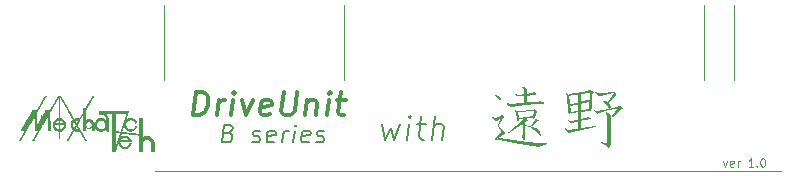
<source format=gbr>
%TF.GenerationSoftware,KiCad,Pcbnew,(5.1.10)-1*%
%TF.CreationDate,2022-06-29T18:38:16+09:00*%
%TF.ProjectId,DUB_with_Tono(ver1.0),4455425f-7769-4746-985f-546f6e6f2876,rev?*%
%TF.SameCoordinates,Original*%
%TF.FileFunction,Legend,Top*%
%TF.FilePolarity,Positive*%
%FSLAX46Y46*%
G04 Gerber Fmt 4.6, Leading zero omitted, Abs format (unit mm)*
G04 Created by KiCad (PCBNEW (5.1.10)-1) date 2022-06-29 18:38:16*
%MOMM*%
%LPD*%
G01*
G04 APERTURE LIST*
%ADD10C,0.120000*%
%ADD11C,0.100000*%
%ADD12C,0.200000*%
%ADD13C,0.300000*%
%ADD14C,0.010000*%
G04 APERTURE END LIST*
D10*
X177525680Y-94223840D02*
X177525680Y-100599240D01*
X174985680Y-94223840D02*
X174985680Y-100599240D01*
X144520920Y-100599240D02*
X144520920Y-94223840D01*
X129255520Y-100599240D02*
X129255520Y-94223840D01*
D11*
X176626266Y-107449480D02*
X176792933Y-107916146D01*
X176959600Y-107449480D01*
X177492933Y-107882813D02*
X177426266Y-107916146D01*
X177292933Y-107916146D01*
X177226266Y-107882813D01*
X177192933Y-107816146D01*
X177192933Y-107549480D01*
X177226266Y-107482813D01*
X177292933Y-107449480D01*
X177426266Y-107449480D01*
X177492933Y-107482813D01*
X177526266Y-107549480D01*
X177526266Y-107616146D01*
X177192933Y-107682813D01*
X177826266Y-107916146D02*
X177826266Y-107449480D01*
X177826266Y-107582813D02*
X177859600Y-107516146D01*
X177892933Y-107482813D01*
X177959600Y-107449480D01*
X178026266Y-107449480D01*
X179159600Y-107916146D02*
X178759600Y-107916146D01*
X178959600Y-107916146D02*
X178959600Y-107216146D01*
X178892933Y-107316146D01*
X178826266Y-107382813D01*
X178759600Y-107416146D01*
X179459600Y-107849480D02*
X179492933Y-107882813D01*
X179459600Y-107916146D01*
X179426266Y-107882813D01*
X179459600Y-107849480D01*
X179459600Y-107916146D01*
X179926266Y-107216146D02*
X179992933Y-107216146D01*
X180059600Y-107249480D01*
X180092933Y-107282813D01*
X180126266Y-107349480D01*
X180159600Y-107482813D01*
X180159600Y-107649480D01*
X180126266Y-107782813D01*
X180092933Y-107849480D01*
X180059600Y-107882813D01*
X179992933Y-107916146D01*
X179926266Y-107916146D01*
X179859600Y-107882813D01*
X179826266Y-107849480D01*
X179792933Y-107782813D01*
X179759600Y-107649480D01*
X179759600Y-107482813D01*
X179792933Y-107349480D01*
X179826266Y-107282813D01*
X179859600Y-107249480D01*
X179926266Y-107216146D01*
D12*
X147740295Y-104290548D02*
X147954581Y-105623881D01*
X148454581Y-104671500D01*
X148716486Y-105623881D01*
X149264105Y-104290548D01*
X149859343Y-105623881D02*
X150026010Y-104290548D01*
X150109343Y-103623881D02*
X150002200Y-103719120D01*
X150085533Y-103814358D01*
X150192676Y-103719120D01*
X150109343Y-103623881D01*
X150085533Y-103814358D01*
X150692676Y-104290548D02*
X151454581Y-104290548D01*
X151061724Y-103623881D02*
X150847438Y-105338167D01*
X150918867Y-105528643D01*
X151097438Y-105623881D01*
X151287914Y-105623881D01*
X151954581Y-105623881D02*
X152204581Y-103623881D01*
X152811724Y-105623881D02*
X152942676Y-104576262D01*
X152871248Y-104385786D01*
X152692676Y-104290548D01*
X152406962Y-104290548D01*
X152204581Y-104385786D01*
X152097438Y-104481024D01*
X134741873Y-105079337D02*
X134947230Y-105150765D01*
X135009730Y-105222194D01*
X135063302Y-105365051D01*
X135036516Y-105579337D01*
X134947230Y-105722194D01*
X134866873Y-105793622D01*
X134715087Y-105865051D01*
X134143659Y-105865051D01*
X134331159Y-104365051D01*
X134831159Y-104365051D01*
X134965087Y-104436480D01*
X135027587Y-104507908D01*
X135081159Y-104650765D01*
X135063302Y-104793622D01*
X134974016Y-104936480D01*
X134893659Y-105007908D01*
X134741873Y-105079337D01*
X134241873Y-105079337D01*
X136724016Y-105793622D02*
X136857945Y-105865051D01*
X137143659Y-105865051D01*
X137295445Y-105793622D01*
X137384730Y-105650765D01*
X137393659Y-105579337D01*
X137340087Y-105436480D01*
X137206159Y-105365051D01*
X136991873Y-105365051D01*
X136857945Y-105293622D01*
X136804373Y-105150765D01*
X136813302Y-105079337D01*
X136902587Y-104936480D01*
X137054373Y-104865051D01*
X137268659Y-104865051D01*
X137402587Y-104936480D01*
X138581159Y-105793622D02*
X138429373Y-105865051D01*
X138143659Y-105865051D01*
X138009730Y-105793622D01*
X137956159Y-105650765D01*
X138027587Y-105079337D01*
X138116873Y-104936480D01*
X138268659Y-104865051D01*
X138554373Y-104865051D01*
X138688302Y-104936480D01*
X138741873Y-105079337D01*
X138724016Y-105222194D01*
X137991873Y-105365051D01*
X139286516Y-105865051D02*
X139411516Y-104865051D01*
X139375802Y-105150765D02*
X139465087Y-105007908D01*
X139545445Y-104936480D01*
X139697230Y-104865051D01*
X139840087Y-104865051D01*
X140215087Y-105865051D02*
X140340087Y-104865051D01*
X140402587Y-104365051D02*
X140322230Y-104436480D01*
X140384730Y-104507908D01*
X140465087Y-104436480D01*
X140402587Y-104365051D01*
X140384730Y-104507908D01*
X141509730Y-105793622D02*
X141357945Y-105865051D01*
X141072230Y-105865051D01*
X140938302Y-105793622D01*
X140884730Y-105650765D01*
X140956159Y-105079337D01*
X141045445Y-104936480D01*
X141197230Y-104865051D01*
X141482945Y-104865051D01*
X141616873Y-104936480D01*
X141670445Y-105079337D01*
X141652587Y-105222194D01*
X140920445Y-105365051D01*
X142152587Y-105793622D02*
X142286516Y-105865051D01*
X142572230Y-105865051D01*
X142724016Y-105793622D01*
X142813302Y-105650765D01*
X142822230Y-105579337D01*
X142768659Y-105436480D01*
X142634730Y-105365051D01*
X142420445Y-105365051D01*
X142286516Y-105293622D01*
X142232945Y-105150765D01*
X142241873Y-105079337D01*
X142331159Y-104936480D01*
X142482945Y-104865051D01*
X142697230Y-104865051D01*
X142831159Y-104936480D01*
D13*
X131717614Y-103581721D02*
X131967614Y-101581721D01*
X132443805Y-101581721D01*
X132717614Y-101676960D01*
X132884281Y-101867436D01*
X132955709Y-102057912D01*
X133003328Y-102438864D01*
X132967614Y-102724579D01*
X132824757Y-103105531D01*
X132705709Y-103296007D01*
X132491424Y-103486483D01*
X132193805Y-103581721D01*
X131717614Y-103581721D01*
X133717614Y-103581721D02*
X133884281Y-102248388D01*
X133836662Y-102629340D02*
X133955709Y-102438864D01*
X134062852Y-102343626D01*
X134265233Y-102248388D01*
X134455709Y-102248388D01*
X134955709Y-103581721D02*
X135122376Y-102248388D01*
X135205709Y-101581721D02*
X135098566Y-101676960D01*
X135181900Y-101772198D01*
X135289043Y-101676960D01*
X135205709Y-101581721D01*
X135181900Y-101772198D01*
X135884281Y-102248388D02*
X136193805Y-103581721D01*
X136836662Y-102248388D01*
X138205709Y-103486483D02*
X138003328Y-103581721D01*
X137622376Y-103581721D01*
X137443805Y-103486483D01*
X137372376Y-103296007D01*
X137467614Y-102534102D01*
X137586662Y-102343626D01*
X137789043Y-102248388D01*
X138169995Y-102248388D01*
X138348566Y-102343626D01*
X138419995Y-102534102D01*
X138396185Y-102724579D01*
X137419995Y-102915055D01*
X139396185Y-101581721D02*
X139193805Y-103200769D01*
X139265233Y-103391245D01*
X139348566Y-103486483D01*
X139527138Y-103581721D01*
X139908090Y-103581721D01*
X140110471Y-103486483D01*
X140217614Y-103391245D01*
X140336662Y-103200769D01*
X140539043Y-101581721D01*
X141408090Y-102248388D02*
X141241424Y-103581721D01*
X141384281Y-102438864D02*
X141491424Y-102343626D01*
X141693805Y-102248388D01*
X141979519Y-102248388D01*
X142158090Y-102343626D01*
X142229519Y-102534102D01*
X142098566Y-103581721D01*
X143050947Y-103581721D02*
X143217614Y-102248388D01*
X143300947Y-101581721D02*
X143193805Y-101676960D01*
X143277138Y-101772198D01*
X143384281Y-101676960D01*
X143300947Y-101581721D01*
X143277138Y-101772198D01*
X143884281Y-102248388D02*
X144646185Y-102248388D01*
X144253328Y-101581721D02*
X144039043Y-103296007D01*
X144110471Y-103486483D01*
X144289043Y-103581721D01*
X144479519Y-103581721D01*
D11*
X128536700Y-108305600D02*
X181521100Y-108305600D01*
D14*
%TO.C,G\u002A\u002A\u002A*%
G36*
X120390547Y-102935038D02*
G01*
X120397874Y-102942777D01*
X120401507Y-102961402D01*
X120402296Y-102995599D01*
X120401088Y-103050053D01*
X120400904Y-103056295D01*
X120397247Y-103122576D01*
X120390635Y-103164982D01*
X120380620Y-103184912D01*
X120366755Y-103183767D01*
X120361551Y-103179297D01*
X120357740Y-103163528D01*
X120354772Y-103128486D01*
X120353067Y-103080295D01*
X120352820Y-103052033D01*
X120353201Y-102996575D01*
X120355039Y-102961753D01*
X120359372Y-102942807D01*
X120367238Y-102934977D01*
X120378679Y-102933500D01*
X120390547Y-102935038D01*
G37*
X120390547Y-102935038D02*
X120397874Y-102942777D01*
X120401507Y-102961402D01*
X120402296Y-102995599D01*
X120401088Y-103050053D01*
X120400904Y-103056295D01*
X120397247Y-103122576D01*
X120390635Y-103164982D01*
X120380620Y-103184912D01*
X120366755Y-103183767D01*
X120361551Y-103179297D01*
X120357740Y-103163528D01*
X120354772Y-103128486D01*
X120353067Y-103080295D01*
X120352820Y-103052033D01*
X120353201Y-102996575D01*
X120355039Y-102961753D01*
X120359372Y-102942807D01*
X120367238Y-102934977D01*
X120378679Y-102933500D01*
X120390547Y-102935038D01*
G36*
X118849986Y-103572733D02*
G01*
X118851506Y-103587805D01*
X118849986Y-103589666D01*
X118842436Y-103587923D01*
X118841520Y-103581200D01*
X118846166Y-103570746D01*
X118849986Y-103572733D01*
G37*
X118849986Y-103572733D02*
X118851506Y-103587805D01*
X118849986Y-103589666D01*
X118842436Y-103587923D01*
X118841520Y-103581200D01*
X118846166Y-103570746D01*
X118849986Y-103572733D01*
G36*
X120425978Y-101908636D02*
G01*
X120459731Y-101922815D01*
X120483258Y-101951345D01*
X120492683Y-101970518D01*
X120497380Y-101980985D01*
X120502906Y-101992357D01*
X120510724Y-102007193D01*
X120522296Y-102028057D01*
X120539086Y-102057508D01*
X120562557Y-102098109D01*
X120594172Y-102152420D01*
X120635394Y-102223004D01*
X120687686Y-102312421D01*
X120699902Y-102333304D01*
X120740134Y-102402425D01*
X120775618Y-102464053D01*
X120804469Y-102514862D01*
X120824805Y-102551526D01*
X120834743Y-102570719D01*
X120835420Y-102572644D01*
X120842206Y-102586957D01*
X120859015Y-102612738D01*
X120863995Y-102619720D01*
X120895305Y-102667498D01*
X120931941Y-102732344D01*
X120973922Y-102813837D01*
X120995693Y-102853658D01*
X121018041Y-102888982D01*
X121023441Y-102896387D01*
X121046863Y-102931202D01*
X121065969Y-102965250D01*
X121083829Y-102999366D01*
X121109951Y-103046920D01*
X121140604Y-103101373D01*
X121172057Y-103156190D01*
X121200578Y-103204834D01*
X121222435Y-103240770D01*
X121229330Y-103251389D01*
X121249593Y-103283437D01*
X121272947Y-103323331D01*
X121278858Y-103333939D01*
X121301908Y-103375210D01*
X121329543Y-103423770D01*
X121343439Y-103447850D01*
X121372165Y-103498233D01*
X121402482Y-103552779D01*
X121414481Y-103574850D01*
X121438278Y-103617586D01*
X121469169Y-103671057D01*
X121500874Y-103724408D01*
X121503980Y-103729536D01*
X121529272Y-103772018D01*
X121548495Y-103805837D01*
X121558544Y-103825475D01*
X121559320Y-103827961D01*
X121548792Y-103834022D01*
X121537095Y-103835017D01*
X121524971Y-103831040D01*
X121510206Y-103817286D01*
X121490623Y-103790732D01*
X121464043Y-103748355D01*
X121428290Y-103687132D01*
X121419565Y-103671864D01*
X121404906Y-103646252D01*
X121381513Y-103605492D01*
X121353327Y-103556447D01*
X121338344Y-103530400D01*
X121308208Y-103478023D01*
X121279848Y-103428726D01*
X121257677Y-103390180D01*
X121250672Y-103378000D01*
X121235939Y-103352490D01*
X121211106Y-103309618D01*
X121178840Y-103253981D01*
X121141805Y-103190177D01*
X121110743Y-103136700D01*
X121066814Y-103060980D01*
X121014690Y-102970957D01*
X120958833Y-102874350D01*
X120903707Y-102778877D01*
X120857400Y-102698550D01*
X120811166Y-102618401D01*
X120764084Y-102537008D01*
X120719422Y-102460007D01*
X120680453Y-102393037D01*
X120650445Y-102341734D01*
X120647426Y-102336600D01*
X120615131Y-102281276D01*
X120584724Y-102228403D01*
X120560346Y-102185222D01*
X120549359Y-102165150D01*
X120530344Y-102130533D01*
X120503306Y-102082638D01*
X120473115Y-102030067D01*
X120463051Y-102012750D01*
X120403808Y-101911150D01*
X120403714Y-102402086D01*
X120403660Y-102526539D01*
X120403469Y-102627919D01*
X120403020Y-102708549D01*
X120402191Y-102770755D01*
X120400860Y-102816863D01*
X120398906Y-102849198D01*
X120396206Y-102870086D01*
X120392640Y-102881851D01*
X120388085Y-102886820D01*
X120382421Y-102887317D01*
X120378371Y-102886419D01*
X120371882Y-102883958D01*
X120366588Y-102878691D01*
X120362346Y-102868196D01*
X120359012Y-102850051D01*
X120356445Y-102821834D01*
X120354501Y-102781122D01*
X120353037Y-102725494D01*
X120351910Y-102652527D01*
X120350978Y-102559799D01*
X120350098Y-102444889D01*
X120349796Y-102401947D01*
X120346470Y-101924077D01*
X120295670Y-102016717D01*
X120261217Y-102079398D01*
X120235981Y-102124748D01*
X120217042Y-102157748D01*
X120201481Y-102183380D01*
X120186376Y-102206626D01*
X120171584Y-102228423D01*
X120151281Y-102259701D01*
X120138804Y-102282118D01*
X120136920Y-102287688D01*
X120130808Y-102301320D01*
X120114110Y-102332332D01*
X120089278Y-102376309D01*
X120058766Y-102428834D01*
X120054370Y-102436298D01*
X120023318Y-102489413D01*
X119997601Y-102534325D01*
X119979662Y-102566698D01*
X119971945Y-102582196D01*
X119971820Y-102582771D01*
X119965294Y-102596125D01*
X119948557Y-102623303D01*
X119934361Y-102644830D01*
X119907530Y-102686898D01*
X119876721Y-102738532D01*
X119854986Y-102777018D01*
X119815643Y-102848311D01*
X119772968Y-102924534D01*
X119733166Y-102994637D01*
X119717176Y-103022400D01*
X119701686Y-103047522D01*
X119692161Y-103060500D01*
X119682107Y-103075539D01*
X119669671Y-103098600D01*
X119654261Y-103127528D01*
X119631887Y-103167440D01*
X119616637Y-103193850D01*
X119592220Y-103236714D01*
X119570285Y-103277099D01*
X119560906Y-103295450D01*
X119539361Y-103333813D01*
X119518113Y-103365300D01*
X119500067Y-103392771D01*
X119476168Y-103434088D01*
X119451955Y-103479600D01*
X119429028Y-103523167D01*
X119408547Y-103559387D01*
X119394792Y-103580706D01*
X119394396Y-103581200D01*
X119376378Y-103607721D01*
X119370360Y-103619300D01*
X119357795Y-103642599D01*
X119338537Y-103673685D01*
X119336717Y-103676450D01*
X119314773Y-103713662D01*
X119297515Y-103749475D01*
X119284574Y-103774339D01*
X119273558Y-103784400D01*
X119262717Y-103794952D01*
X119256940Y-103809800D01*
X119244826Y-103825148D01*
X119224099Y-103835164D01*
X119204850Y-103836773D01*
X119197120Y-103828015D01*
X119203296Y-103809896D01*
X119217070Y-103783942D01*
X119231308Y-103763006D01*
X119235415Y-103759000D01*
X119246452Y-103744752D01*
X119263651Y-103716251D01*
X119271543Y-103701850D01*
X119296518Y-103656761D01*
X119324118Y-103609455D01*
X119329700Y-103600250D01*
X119349192Y-103567263D01*
X119376550Y-103519461D01*
X119407507Y-103464342D01*
X119427002Y-103429124D01*
X119459431Y-103371159D01*
X119492443Y-103313810D01*
X119521147Y-103265509D01*
X119533885Y-103244974D01*
X119557747Y-103205152D01*
X119576365Y-103169760D01*
X119583559Y-103152575D01*
X119594898Y-103130422D01*
X119604375Y-103124000D01*
X119615538Y-103114046D01*
X119616220Y-103109065D01*
X119622453Y-103094001D01*
X119639830Y-103060758D01*
X119666369Y-103012900D01*
X119700087Y-102953995D01*
X119739000Y-102887606D01*
X119745123Y-102877290D01*
X119796025Y-102791190D01*
X119845587Y-102706481D01*
X119892164Y-102626058D01*
X119934107Y-102552819D01*
X119969768Y-102489659D01*
X119997502Y-102439476D01*
X120015661Y-102405165D01*
X120022596Y-102389624D01*
X120022620Y-102389351D01*
X120029961Y-102375860D01*
X120040192Y-102363000D01*
X120053388Y-102344280D01*
X120075790Y-102308784D01*
X120104106Y-102261845D01*
X120130934Y-102215950D01*
X120164624Y-102157492D01*
X120197825Y-102099920D01*
X120226057Y-102050996D01*
X120240814Y-102025450D01*
X120263857Y-101984923D01*
X120283520Y-101949196D01*
X120291811Y-101933375D01*
X120304127Y-101916391D01*
X120324110Y-101907782D01*
X120359379Y-101904927D01*
X120374815Y-101904800D01*
X120425978Y-101908636D01*
G37*
X120425978Y-101908636D02*
X120459731Y-101922815D01*
X120483258Y-101951345D01*
X120492683Y-101970518D01*
X120497380Y-101980985D01*
X120502906Y-101992357D01*
X120510724Y-102007193D01*
X120522296Y-102028057D01*
X120539086Y-102057508D01*
X120562557Y-102098109D01*
X120594172Y-102152420D01*
X120635394Y-102223004D01*
X120687686Y-102312421D01*
X120699902Y-102333304D01*
X120740134Y-102402425D01*
X120775618Y-102464053D01*
X120804469Y-102514862D01*
X120824805Y-102551526D01*
X120834743Y-102570719D01*
X120835420Y-102572644D01*
X120842206Y-102586957D01*
X120859015Y-102612738D01*
X120863995Y-102619720D01*
X120895305Y-102667498D01*
X120931941Y-102732344D01*
X120973922Y-102813837D01*
X120995693Y-102853658D01*
X121018041Y-102888982D01*
X121023441Y-102896387D01*
X121046863Y-102931202D01*
X121065969Y-102965250D01*
X121083829Y-102999366D01*
X121109951Y-103046920D01*
X121140604Y-103101373D01*
X121172057Y-103156190D01*
X121200578Y-103204834D01*
X121222435Y-103240770D01*
X121229330Y-103251389D01*
X121249593Y-103283437D01*
X121272947Y-103323331D01*
X121278858Y-103333939D01*
X121301908Y-103375210D01*
X121329543Y-103423770D01*
X121343439Y-103447850D01*
X121372165Y-103498233D01*
X121402482Y-103552779D01*
X121414481Y-103574850D01*
X121438278Y-103617586D01*
X121469169Y-103671057D01*
X121500874Y-103724408D01*
X121503980Y-103729536D01*
X121529272Y-103772018D01*
X121548495Y-103805837D01*
X121558544Y-103825475D01*
X121559320Y-103827961D01*
X121548792Y-103834022D01*
X121537095Y-103835017D01*
X121524971Y-103831040D01*
X121510206Y-103817286D01*
X121490623Y-103790732D01*
X121464043Y-103748355D01*
X121428290Y-103687132D01*
X121419565Y-103671864D01*
X121404906Y-103646252D01*
X121381513Y-103605492D01*
X121353327Y-103556447D01*
X121338344Y-103530400D01*
X121308208Y-103478023D01*
X121279848Y-103428726D01*
X121257677Y-103390180D01*
X121250672Y-103378000D01*
X121235939Y-103352490D01*
X121211106Y-103309618D01*
X121178840Y-103253981D01*
X121141805Y-103190177D01*
X121110743Y-103136700D01*
X121066814Y-103060980D01*
X121014690Y-102970957D01*
X120958833Y-102874350D01*
X120903707Y-102778877D01*
X120857400Y-102698550D01*
X120811166Y-102618401D01*
X120764084Y-102537008D01*
X120719422Y-102460007D01*
X120680453Y-102393037D01*
X120650445Y-102341734D01*
X120647426Y-102336600D01*
X120615131Y-102281276D01*
X120584724Y-102228403D01*
X120560346Y-102185222D01*
X120549359Y-102165150D01*
X120530344Y-102130533D01*
X120503306Y-102082638D01*
X120473115Y-102030067D01*
X120463051Y-102012750D01*
X120403808Y-101911150D01*
X120403714Y-102402086D01*
X120403660Y-102526539D01*
X120403469Y-102627919D01*
X120403020Y-102708549D01*
X120402191Y-102770755D01*
X120400860Y-102816863D01*
X120398906Y-102849198D01*
X120396206Y-102870086D01*
X120392640Y-102881851D01*
X120388085Y-102886820D01*
X120382421Y-102887317D01*
X120378371Y-102886419D01*
X120371882Y-102883958D01*
X120366588Y-102878691D01*
X120362346Y-102868196D01*
X120359012Y-102850051D01*
X120356445Y-102821834D01*
X120354501Y-102781122D01*
X120353037Y-102725494D01*
X120351910Y-102652527D01*
X120350978Y-102559799D01*
X120350098Y-102444889D01*
X120349796Y-102401947D01*
X120346470Y-101924077D01*
X120295670Y-102016717D01*
X120261217Y-102079398D01*
X120235981Y-102124748D01*
X120217042Y-102157748D01*
X120201481Y-102183380D01*
X120186376Y-102206626D01*
X120171584Y-102228423D01*
X120151281Y-102259701D01*
X120138804Y-102282118D01*
X120136920Y-102287688D01*
X120130808Y-102301320D01*
X120114110Y-102332332D01*
X120089278Y-102376309D01*
X120058766Y-102428834D01*
X120054370Y-102436298D01*
X120023318Y-102489413D01*
X119997601Y-102534325D01*
X119979662Y-102566698D01*
X119971945Y-102582196D01*
X119971820Y-102582771D01*
X119965294Y-102596125D01*
X119948557Y-102623303D01*
X119934361Y-102644830D01*
X119907530Y-102686898D01*
X119876721Y-102738532D01*
X119854986Y-102777018D01*
X119815643Y-102848311D01*
X119772968Y-102924534D01*
X119733166Y-102994637D01*
X119717176Y-103022400D01*
X119701686Y-103047522D01*
X119692161Y-103060500D01*
X119682107Y-103075539D01*
X119669671Y-103098600D01*
X119654261Y-103127528D01*
X119631887Y-103167440D01*
X119616637Y-103193850D01*
X119592220Y-103236714D01*
X119570285Y-103277099D01*
X119560906Y-103295450D01*
X119539361Y-103333813D01*
X119518113Y-103365300D01*
X119500067Y-103392771D01*
X119476168Y-103434088D01*
X119451955Y-103479600D01*
X119429028Y-103523167D01*
X119408547Y-103559387D01*
X119394792Y-103580706D01*
X119394396Y-103581200D01*
X119376378Y-103607721D01*
X119370360Y-103619300D01*
X119357795Y-103642599D01*
X119338537Y-103673685D01*
X119336717Y-103676450D01*
X119314773Y-103713662D01*
X119297515Y-103749475D01*
X119284574Y-103774339D01*
X119273558Y-103784400D01*
X119262717Y-103794952D01*
X119256940Y-103809800D01*
X119244826Y-103825148D01*
X119224099Y-103835164D01*
X119204850Y-103836773D01*
X119197120Y-103828015D01*
X119203296Y-103809896D01*
X119217070Y-103783942D01*
X119231308Y-103763006D01*
X119235415Y-103759000D01*
X119246452Y-103744752D01*
X119263651Y-103716251D01*
X119271543Y-103701850D01*
X119296518Y-103656761D01*
X119324118Y-103609455D01*
X119329700Y-103600250D01*
X119349192Y-103567263D01*
X119376550Y-103519461D01*
X119407507Y-103464342D01*
X119427002Y-103429124D01*
X119459431Y-103371159D01*
X119492443Y-103313810D01*
X119521147Y-103265509D01*
X119533885Y-103244974D01*
X119557747Y-103205152D01*
X119576365Y-103169760D01*
X119583559Y-103152575D01*
X119594898Y-103130422D01*
X119604375Y-103124000D01*
X119615538Y-103114046D01*
X119616220Y-103109065D01*
X119622453Y-103094001D01*
X119639830Y-103060758D01*
X119666369Y-103012900D01*
X119700087Y-102953995D01*
X119739000Y-102887606D01*
X119745123Y-102877290D01*
X119796025Y-102791190D01*
X119845587Y-102706481D01*
X119892164Y-102626058D01*
X119934107Y-102552819D01*
X119969768Y-102489659D01*
X119997502Y-102439476D01*
X120015661Y-102405165D01*
X120022596Y-102389624D01*
X120022620Y-102389351D01*
X120029961Y-102375860D01*
X120040192Y-102363000D01*
X120053388Y-102344280D01*
X120075790Y-102308784D01*
X120104106Y-102261845D01*
X120130934Y-102215950D01*
X120164624Y-102157492D01*
X120197825Y-102099920D01*
X120226057Y-102050996D01*
X120240814Y-102025450D01*
X120263857Y-101984923D01*
X120283520Y-101949196D01*
X120291811Y-101933375D01*
X120304127Y-101916391D01*
X120324110Y-101907782D01*
X120359379Y-101904927D01*
X120374815Y-101904800D01*
X120425978Y-101908636D01*
G36*
X119209659Y-101951289D02*
G01*
X119183437Y-101995793D01*
X119156531Y-102042938D01*
X119152126Y-102050850D01*
X119130343Y-102089307D01*
X119102188Y-102137853D01*
X119078582Y-102177850D01*
X119048789Y-102228917D01*
X119018462Y-102282602D01*
X118999393Y-102317550D01*
X118976960Y-102357187D01*
X118955941Y-102390178D01*
X118946053Y-102403275D01*
X118934815Y-102420118D01*
X118936769Y-102425500D01*
X118937721Y-102433261D01*
X118927461Y-102447725D01*
X118916018Y-102464497D01*
X118894856Y-102498819D01*
X118866647Y-102546069D01*
X118834065Y-102601625D01*
X118799781Y-102660865D01*
X118766468Y-102719167D01*
X118736800Y-102771908D01*
X118713448Y-102814467D01*
X118699086Y-102842222D01*
X118697974Y-102844600D01*
X118687198Y-102864250D01*
X118666899Y-102898301D01*
X118641252Y-102939764D01*
X118638396Y-102944300D01*
X118613992Y-102983527D01*
X118595980Y-103013513D01*
X118587714Y-103028651D01*
X118587520Y-103029344D01*
X118581156Y-103042228D01*
X118563071Y-103074202D01*
X118534769Y-103122672D01*
X118497755Y-103185044D01*
X118477283Y-103219250D01*
X118460378Y-103248977D01*
X118442257Y-103282750D01*
X118420442Y-103321769D01*
X118397612Y-103358950D01*
X118374146Y-103397671D01*
X118351256Y-103439437D01*
X118350204Y-103441500D01*
X118335635Y-103468227D01*
X118310924Y-103511465D01*
X118279094Y-103566003D01*
X118243172Y-103626630D01*
X118228988Y-103650330D01*
X118194588Y-103708284D01*
X118165411Y-103758674D01*
X118143742Y-103797450D01*
X118131869Y-103820566D01*
X118130320Y-103824955D01*
X118119607Y-103833139D01*
X118103561Y-103835200D01*
X118084140Y-103829742D01*
X118084284Y-103815701D01*
X118093717Y-103796797D01*
X118112954Y-103761925D01*
X118138744Y-103716902D01*
X118155493Y-103688312D01*
X118182622Y-103641303D01*
X118204006Y-103602201D01*
X118216819Y-103576287D01*
X118219220Y-103569168D01*
X118227895Y-103554105D01*
X118228745Y-103553683D01*
X118239282Y-103541022D01*
X118257157Y-103512319D01*
X118275355Y-103479600D01*
X118301963Y-103431348D01*
X118334620Y-103374704D01*
X118363058Y-103327200D01*
X118393282Y-103276103D01*
X118428536Y-103213815D01*
X118462364Y-103151798D01*
X118470356Y-103136700D01*
X118495620Y-103089538D01*
X118516993Y-103051398D01*
X118531467Y-103027560D01*
X118535472Y-103022400D01*
X118545835Y-103008600D01*
X118565571Y-102977595D01*
X118591720Y-102934385D01*
X118621323Y-102883969D01*
X118651420Y-102831347D01*
X118679050Y-102781519D01*
X118688694Y-102763590D01*
X118733195Y-102681394D01*
X118767137Y-102621978D01*
X118790668Y-102585087D01*
X118796104Y-102577900D01*
X118810432Y-102556826D01*
X118832019Y-102521093D01*
X118857789Y-102476274D01*
X118884669Y-102427944D01*
X118909584Y-102381680D01*
X118929460Y-102343057D01*
X118941223Y-102317648D01*
X118943120Y-102311300D01*
X118951200Y-102298872D01*
X118953743Y-102298500D01*
X118964760Y-102288101D01*
X118982453Y-102261145D01*
X118998594Y-102231825D01*
X119049626Y-102135509D01*
X119096301Y-102053531D01*
X119137368Y-101987821D01*
X119171575Y-101940306D01*
X119197671Y-101912913D01*
X119209495Y-101906839D01*
X119239068Y-101902529D01*
X119209659Y-101951289D01*
G37*
X119209659Y-101951289D02*
X119183437Y-101995793D01*
X119156531Y-102042938D01*
X119152126Y-102050850D01*
X119130343Y-102089307D01*
X119102188Y-102137853D01*
X119078582Y-102177850D01*
X119048789Y-102228917D01*
X119018462Y-102282602D01*
X118999393Y-102317550D01*
X118976960Y-102357187D01*
X118955941Y-102390178D01*
X118946053Y-102403275D01*
X118934815Y-102420118D01*
X118936769Y-102425500D01*
X118937721Y-102433261D01*
X118927461Y-102447725D01*
X118916018Y-102464497D01*
X118894856Y-102498819D01*
X118866647Y-102546069D01*
X118834065Y-102601625D01*
X118799781Y-102660865D01*
X118766468Y-102719167D01*
X118736800Y-102771908D01*
X118713448Y-102814467D01*
X118699086Y-102842222D01*
X118697974Y-102844600D01*
X118687198Y-102864250D01*
X118666899Y-102898301D01*
X118641252Y-102939764D01*
X118638396Y-102944300D01*
X118613992Y-102983527D01*
X118595980Y-103013513D01*
X118587714Y-103028651D01*
X118587520Y-103029344D01*
X118581156Y-103042228D01*
X118563071Y-103074202D01*
X118534769Y-103122672D01*
X118497755Y-103185044D01*
X118477283Y-103219250D01*
X118460378Y-103248977D01*
X118442257Y-103282750D01*
X118420442Y-103321769D01*
X118397612Y-103358950D01*
X118374146Y-103397671D01*
X118351256Y-103439437D01*
X118350204Y-103441500D01*
X118335635Y-103468227D01*
X118310924Y-103511465D01*
X118279094Y-103566003D01*
X118243172Y-103626630D01*
X118228988Y-103650330D01*
X118194588Y-103708284D01*
X118165411Y-103758674D01*
X118143742Y-103797450D01*
X118131869Y-103820566D01*
X118130320Y-103824955D01*
X118119607Y-103833139D01*
X118103561Y-103835200D01*
X118084140Y-103829742D01*
X118084284Y-103815701D01*
X118093717Y-103796797D01*
X118112954Y-103761925D01*
X118138744Y-103716902D01*
X118155493Y-103688312D01*
X118182622Y-103641303D01*
X118204006Y-103602201D01*
X118216819Y-103576287D01*
X118219220Y-103569168D01*
X118227895Y-103554105D01*
X118228745Y-103553683D01*
X118239282Y-103541022D01*
X118257157Y-103512319D01*
X118275355Y-103479600D01*
X118301963Y-103431348D01*
X118334620Y-103374704D01*
X118363058Y-103327200D01*
X118393282Y-103276103D01*
X118428536Y-103213815D01*
X118462364Y-103151798D01*
X118470356Y-103136700D01*
X118495620Y-103089538D01*
X118516993Y-103051398D01*
X118531467Y-103027560D01*
X118535472Y-103022400D01*
X118545835Y-103008600D01*
X118565571Y-102977595D01*
X118591720Y-102934385D01*
X118621323Y-102883969D01*
X118651420Y-102831347D01*
X118679050Y-102781519D01*
X118688694Y-102763590D01*
X118733195Y-102681394D01*
X118767137Y-102621978D01*
X118790668Y-102585087D01*
X118796104Y-102577900D01*
X118810432Y-102556826D01*
X118832019Y-102521093D01*
X118857789Y-102476274D01*
X118884669Y-102427944D01*
X118909584Y-102381680D01*
X118929460Y-102343057D01*
X118941223Y-102317648D01*
X118943120Y-102311300D01*
X118951200Y-102298872D01*
X118953743Y-102298500D01*
X118964760Y-102288101D01*
X118982453Y-102261145D01*
X118998594Y-102231825D01*
X119049626Y-102135509D01*
X119096301Y-102053531D01*
X119137368Y-101987821D01*
X119171575Y-101940306D01*
X119197671Y-101912913D01*
X119209495Y-101906839D01*
X119239068Y-101902529D01*
X119209659Y-101951289D01*
G36*
X119165529Y-103974647D02*
G01*
X119146519Y-104007327D01*
X119135099Y-104031913D01*
X119133620Y-104038147D01*
X119124728Y-104050689D01*
X119121775Y-104051100D01*
X119109264Y-104061674D01*
X119100934Y-104079675D01*
X119091417Y-104100347D01*
X119072162Y-104136204D01*
X119046583Y-104181433D01*
X119018095Y-104230223D01*
X118990111Y-104276762D01*
X118966048Y-104315240D01*
X118949320Y-104339845D01*
X118945155Y-104344787D01*
X118927167Y-104348550D01*
X118921608Y-104347141D01*
X118912765Y-104332636D01*
X118919841Y-104306276D01*
X118937072Y-104279700D01*
X118950975Y-104259154D01*
X118972185Y-104224053D01*
X118994737Y-104184450D01*
X119021792Y-104135851D01*
X119048845Y-104087709D01*
X119066039Y-104057450D01*
X119089718Y-104015305D01*
X119112176Y-103974028D01*
X119116746Y-103965375D01*
X119141071Y-103933371D01*
X119167881Y-103924100D01*
X119197438Y-103924100D01*
X119165529Y-103974647D01*
G37*
X119165529Y-103974647D02*
X119146519Y-104007327D01*
X119135099Y-104031913D01*
X119133620Y-104038147D01*
X119124728Y-104050689D01*
X119121775Y-104051100D01*
X119109264Y-104061674D01*
X119100934Y-104079675D01*
X119091417Y-104100347D01*
X119072162Y-104136204D01*
X119046583Y-104181433D01*
X119018095Y-104230223D01*
X118990111Y-104276762D01*
X118966048Y-104315240D01*
X118949320Y-104339845D01*
X118945155Y-104344787D01*
X118927167Y-104348550D01*
X118921608Y-104347141D01*
X118912765Y-104332636D01*
X118919841Y-104306276D01*
X118937072Y-104279700D01*
X118950975Y-104259154D01*
X118972185Y-104224053D01*
X118994737Y-104184450D01*
X119021792Y-104135851D01*
X119048845Y-104087709D01*
X119066039Y-104057450D01*
X119089718Y-104015305D01*
X119112176Y-103974028D01*
X119116746Y-103965375D01*
X119141071Y-103933371D01*
X119167881Y-103924100D01*
X119197438Y-103924100D01*
X119165529Y-103974647D01*
G36*
X118056344Y-103926283D02*
G01*
X118059220Y-103935145D01*
X118052921Y-103954155D01*
X118036155Y-103986781D01*
X118007629Y-104036494D01*
X117996970Y-104054607D01*
X117969718Y-104100987D01*
X117945090Y-104143274D01*
X117927978Y-104173063D01*
X117926742Y-104175257D01*
X117912063Y-104201092D01*
X117891613Y-104236736D01*
X117869353Y-104275328D01*
X117849245Y-104310011D01*
X117835252Y-104333925D01*
X117831328Y-104340423D01*
X117818619Y-104345381D01*
X117802570Y-104349077D01*
X117783564Y-104348692D01*
X117783401Y-104333761D01*
X117783732Y-104332804D01*
X117798533Y-104304126D01*
X117806952Y-104292400D01*
X117821587Y-104270859D01*
X117842384Y-104235943D01*
X117856887Y-104209850D01*
X117884586Y-104159419D01*
X117915271Y-104104836D01*
X117927871Y-104082850D01*
X117950493Y-104043106D01*
X117969350Y-104008894D01*
X117977171Y-103993950D01*
X118004515Y-103950457D01*
X118032418Y-103927162D01*
X118045585Y-103924100D01*
X118056344Y-103926283D01*
G37*
X118056344Y-103926283D02*
X118059220Y-103935145D01*
X118052921Y-103954155D01*
X118036155Y-103986781D01*
X118007629Y-104036494D01*
X117996970Y-104054607D01*
X117969718Y-104100987D01*
X117945090Y-104143274D01*
X117927978Y-104173063D01*
X117926742Y-104175257D01*
X117912063Y-104201092D01*
X117891613Y-104236736D01*
X117869353Y-104275328D01*
X117849245Y-104310011D01*
X117835252Y-104333925D01*
X117831328Y-104340423D01*
X117818619Y-104345381D01*
X117802570Y-104349077D01*
X117783564Y-104348692D01*
X117783401Y-104333761D01*
X117783732Y-104332804D01*
X117798533Y-104304126D01*
X117806952Y-104292400D01*
X117821587Y-104270859D01*
X117842384Y-104235943D01*
X117856887Y-104209850D01*
X117884586Y-104159419D01*
X117915271Y-104104836D01*
X117927871Y-104082850D01*
X117950493Y-104043106D01*
X117969350Y-104008894D01*
X117977171Y-103993950D01*
X118004515Y-103950457D01*
X118032418Y-103927162D01*
X118045585Y-103924100D01*
X118056344Y-103926283D01*
G36*
X122747949Y-104614945D02*
G01*
X122776419Y-104624239D01*
X122798749Y-104630380D01*
X122821964Y-104640183D01*
X122829320Y-104649376D01*
X122826852Y-104657410D01*
X122815423Y-104658158D01*
X122788993Y-104651169D01*
X122768995Y-104644866D01*
X122741223Y-104632757D01*
X122727918Y-104620665D01*
X122727720Y-104619404D01*
X122737118Y-104612701D01*
X122747949Y-104614945D01*
G37*
X122747949Y-104614945D02*
X122776419Y-104624239D01*
X122798749Y-104630380D01*
X122821964Y-104640183D01*
X122829320Y-104649376D01*
X122826852Y-104657410D01*
X122815423Y-104658158D01*
X122788993Y-104651169D01*
X122768995Y-104644866D01*
X122741223Y-104632757D01*
X122727918Y-104620665D01*
X122727720Y-104619404D01*
X122737118Y-104612701D01*
X122747949Y-104614945D01*
G36*
X125758675Y-104536612D02*
G01*
X125767761Y-104549520D01*
X125769318Y-104567287D01*
X125762772Y-104596458D01*
X125749929Y-104636540D01*
X125732017Y-104688253D01*
X125718912Y-104720044D01*
X125707841Y-104736233D01*
X125696027Y-104741140D01*
X125683645Y-104739733D01*
X125668820Y-104734556D01*
X125663119Y-104723668D01*
X125666717Y-104701781D01*
X125679791Y-104663607D01*
X125686813Y-104644961D01*
X125700974Y-104604032D01*
X125710195Y-104570339D01*
X125712213Y-104556674D01*
X125720595Y-104531606D01*
X125740467Y-104525794D01*
X125758675Y-104536612D01*
G37*
X125758675Y-104536612D02*
X125767761Y-104549520D01*
X125769318Y-104567287D01*
X125762772Y-104596458D01*
X125749929Y-104636540D01*
X125732017Y-104688253D01*
X125718912Y-104720044D01*
X125707841Y-104736233D01*
X125696027Y-104741140D01*
X125683645Y-104739733D01*
X125668820Y-104734556D01*
X125663119Y-104723668D01*
X125666717Y-104701781D01*
X125679791Y-104663607D01*
X125686813Y-104644961D01*
X125700974Y-104604032D01*
X125710195Y-104570339D01*
X125712213Y-104556674D01*
X125720595Y-104531606D01*
X125740467Y-104525794D01*
X125758675Y-104536612D01*
G36*
X119542460Y-103369143D02*
G01*
X119546952Y-103397252D01*
X119549880Y-103439184D01*
X119550108Y-103445621D01*
X119551495Y-103485406D01*
X119553753Y-103545394D01*
X119556680Y-103620412D01*
X119560073Y-103705286D01*
X119563730Y-103794843D01*
X119565139Y-103828850D01*
X119569422Y-103937140D01*
X119573907Y-104059829D01*
X119578248Y-104186800D01*
X119582099Y-104307940D01*
X119584941Y-104406700D01*
X119587410Y-104492891D01*
X119590025Y-104573656D01*
X119592614Y-104644451D01*
X119595007Y-104700735D01*
X119597035Y-104737965D01*
X119597697Y-104746425D01*
X119598903Y-104778767D01*
X119595946Y-104796890D01*
X119593637Y-104798404D01*
X119576630Y-104795864D01*
X119543438Y-104791600D01*
X119520970Y-104788879D01*
X119483422Y-104783502D01*
X119464490Y-104775458D01*
X119457529Y-104759422D01*
X119456104Y-104736900D01*
X119455036Y-104707892D01*
X119453074Y-104659690D01*
X119450475Y-104598472D01*
X119447497Y-104530419D01*
X119446795Y-104514650D01*
X119440804Y-104373120D01*
X119434483Y-104209835D01*
X119427966Y-104028434D01*
X119421388Y-103832559D01*
X119419312Y-103768052D01*
X119413735Y-103592954D01*
X119470527Y-103490281D01*
X119495439Y-103444183D01*
X119514792Y-103406352D01*
X119525807Y-103382321D01*
X119527320Y-103377203D01*
X119536284Y-103361310D01*
X119537275Y-103360645D01*
X119542460Y-103369143D01*
G37*
X119542460Y-103369143D02*
X119546952Y-103397252D01*
X119549880Y-103439184D01*
X119550108Y-103445621D01*
X119551495Y-103485406D01*
X119553753Y-103545394D01*
X119556680Y-103620412D01*
X119560073Y-103705286D01*
X119563730Y-103794843D01*
X119565139Y-103828850D01*
X119569422Y-103937140D01*
X119573907Y-104059829D01*
X119578248Y-104186800D01*
X119582099Y-104307940D01*
X119584941Y-104406700D01*
X119587410Y-104492891D01*
X119590025Y-104573656D01*
X119592614Y-104644451D01*
X119595007Y-104700735D01*
X119597035Y-104737965D01*
X119597697Y-104746425D01*
X119598903Y-104778767D01*
X119595946Y-104796890D01*
X119593637Y-104798404D01*
X119576630Y-104795864D01*
X119543438Y-104791600D01*
X119520970Y-104788879D01*
X119483422Y-104783502D01*
X119464490Y-104775458D01*
X119457529Y-104759422D01*
X119456104Y-104736900D01*
X119455036Y-104707892D01*
X119453074Y-104659690D01*
X119450475Y-104598472D01*
X119447497Y-104530419D01*
X119446795Y-104514650D01*
X119440804Y-104373120D01*
X119434483Y-104209835D01*
X119427966Y-104028434D01*
X119421388Y-103832559D01*
X119419312Y-103768052D01*
X119413735Y-103592954D01*
X119470527Y-103490281D01*
X119495439Y-103444183D01*
X119514792Y-103406352D01*
X119525807Y-103382321D01*
X119527320Y-103377203D01*
X119536284Y-103361310D01*
X119537275Y-103360645D01*
X119542460Y-103369143D01*
G36*
X119481961Y-103099107D02*
G01*
X119530970Y-103100491D01*
X119564622Y-103102544D01*
X119578061Y-103105059D01*
X119578120Y-103105241D01*
X119571864Y-103119361D01*
X119554070Y-103152727D01*
X119526194Y-103202760D01*
X119489693Y-103266882D01*
X119446025Y-103342515D01*
X119396646Y-103427081D01*
X119385281Y-103446425D01*
X119355988Y-103497054D01*
X119332192Y-103539761D01*
X119316489Y-103569778D01*
X119311420Y-103582043D01*
X119303533Y-103598687D01*
X119295020Y-103608867D01*
X119278420Y-103630639D01*
X119258110Y-103663261D01*
X119253745Y-103671043D01*
X119230316Y-103713455D01*
X119201292Y-103765500D01*
X119169708Y-103821792D01*
X119138604Y-103876943D01*
X119111015Y-103925567D01*
X119089980Y-103962276D01*
X119079105Y-103980768D01*
X119042943Y-104039639D01*
X119016349Y-104083419D01*
X118995532Y-104118623D01*
X118976700Y-104151762D01*
X118956064Y-104189351D01*
X118934684Y-104228900D01*
X118910945Y-104271443D01*
X118887301Y-104311551D01*
X118879448Y-104324150D01*
X118850748Y-104371588D01*
X118816193Y-104433890D01*
X118783605Y-104495600D01*
X118764272Y-104528993D01*
X118746419Y-104554030D01*
X118743850Y-104556832D01*
X118729455Y-104580443D01*
X118727220Y-104591757D01*
X118720538Y-104608074D01*
X118715375Y-104609900D01*
X118702881Y-104620478D01*
X118694585Y-104638475D01*
X118682069Y-104665778D01*
X118660426Y-104702825D01*
X118634996Y-104741478D01*
X118611115Y-104773604D01*
X118594708Y-104790680D01*
X118579175Y-104798478D01*
X118561507Y-104795367D01*
X118548268Y-104789982D01*
X118539560Y-104782238D01*
X118533452Y-104765008D01*
X118529387Y-104734230D01*
X118526804Y-104685840D01*
X118525264Y-104622600D01*
X118523637Y-104559066D01*
X118521264Y-104502662D01*
X118518461Y-104459428D01*
X118515543Y-104435406D01*
X118515472Y-104435110D01*
X118514917Y-104405973D01*
X118521100Y-104390660D01*
X118533604Y-104371569D01*
X118553236Y-104337985D01*
X118571431Y-104305100D01*
X118598263Y-104256342D01*
X118630456Y-104199159D01*
X118657126Y-104152700D01*
X118685190Y-104104329D01*
X118712252Y-104057543D01*
X118732038Y-104023191D01*
X118766593Y-103963184D01*
X118805435Y-103896129D01*
X118846192Y-103826081D01*
X118886489Y-103757093D01*
X118923954Y-103693220D01*
X118956212Y-103638515D01*
X118980890Y-103597033D01*
X118995614Y-103572827D01*
X118996906Y-103570800D01*
X119016718Y-103537612D01*
X119030511Y-103510820D01*
X119041462Y-103489946D01*
X119062492Y-103452786D01*
X119090487Y-103404757D01*
X119119599Y-103355823D01*
X119149809Y-103305016D01*
X119174514Y-103262496D01*
X119191142Y-103232760D01*
X119197120Y-103220345D01*
X119203153Y-103206762D01*
X119218637Y-103178801D01*
X119231952Y-103156267D01*
X119266785Y-103098600D01*
X119422452Y-103098600D01*
X119481961Y-103099107D01*
G37*
X119481961Y-103099107D02*
X119530970Y-103100491D01*
X119564622Y-103102544D01*
X119578061Y-103105059D01*
X119578120Y-103105241D01*
X119571864Y-103119361D01*
X119554070Y-103152727D01*
X119526194Y-103202760D01*
X119489693Y-103266882D01*
X119446025Y-103342515D01*
X119396646Y-103427081D01*
X119385281Y-103446425D01*
X119355988Y-103497054D01*
X119332192Y-103539761D01*
X119316489Y-103569778D01*
X119311420Y-103582043D01*
X119303533Y-103598687D01*
X119295020Y-103608867D01*
X119278420Y-103630639D01*
X119258110Y-103663261D01*
X119253745Y-103671043D01*
X119230316Y-103713455D01*
X119201292Y-103765500D01*
X119169708Y-103821792D01*
X119138604Y-103876943D01*
X119111015Y-103925567D01*
X119089980Y-103962276D01*
X119079105Y-103980768D01*
X119042943Y-104039639D01*
X119016349Y-104083419D01*
X118995532Y-104118623D01*
X118976700Y-104151762D01*
X118956064Y-104189351D01*
X118934684Y-104228900D01*
X118910945Y-104271443D01*
X118887301Y-104311551D01*
X118879448Y-104324150D01*
X118850748Y-104371588D01*
X118816193Y-104433890D01*
X118783605Y-104495600D01*
X118764272Y-104528993D01*
X118746419Y-104554030D01*
X118743850Y-104556832D01*
X118729455Y-104580443D01*
X118727220Y-104591757D01*
X118720538Y-104608074D01*
X118715375Y-104609900D01*
X118702881Y-104620478D01*
X118694585Y-104638475D01*
X118682069Y-104665778D01*
X118660426Y-104702825D01*
X118634996Y-104741478D01*
X118611115Y-104773604D01*
X118594708Y-104790680D01*
X118579175Y-104798478D01*
X118561507Y-104795367D01*
X118548268Y-104789982D01*
X118539560Y-104782238D01*
X118533452Y-104765008D01*
X118529387Y-104734230D01*
X118526804Y-104685840D01*
X118525264Y-104622600D01*
X118523637Y-104559066D01*
X118521264Y-104502662D01*
X118518461Y-104459428D01*
X118515543Y-104435406D01*
X118515472Y-104435110D01*
X118514917Y-104405973D01*
X118521100Y-104390660D01*
X118533604Y-104371569D01*
X118553236Y-104337985D01*
X118571431Y-104305100D01*
X118598263Y-104256342D01*
X118630456Y-104199159D01*
X118657126Y-104152700D01*
X118685190Y-104104329D01*
X118712252Y-104057543D01*
X118732038Y-104023191D01*
X118766593Y-103963184D01*
X118805435Y-103896129D01*
X118846192Y-103826081D01*
X118886489Y-103757093D01*
X118923954Y-103693220D01*
X118956212Y-103638515D01*
X118980890Y-103597033D01*
X118995614Y-103572827D01*
X118996906Y-103570800D01*
X119016718Y-103537612D01*
X119030511Y-103510820D01*
X119041462Y-103489946D01*
X119062492Y-103452786D01*
X119090487Y-103404757D01*
X119119599Y-103355823D01*
X119149809Y-103305016D01*
X119174514Y-103262496D01*
X119191142Y-103232760D01*
X119197120Y-103220345D01*
X119203153Y-103206762D01*
X119218637Y-103178801D01*
X119231952Y-103156267D01*
X119266785Y-103098600D01*
X119422452Y-103098600D01*
X119481961Y-103099107D01*
G36*
X118421824Y-103390700D02*
G01*
X118423237Y-103418932D01*
X118425568Y-103463255D01*
X118428330Y-103514400D01*
X118428510Y-103517700D01*
X118432460Y-103592150D01*
X118436127Y-103666789D01*
X118439612Y-103744456D01*
X118443017Y-103827991D01*
X118446444Y-103920234D01*
X118449993Y-104024027D01*
X118453768Y-104142208D01*
X118457868Y-104277619D01*
X118462397Y-104433099D01*
X118466785Y-104587675D01*
X118472771Y-104800400D01*
X118444420Y-104798367D01*
X118411033Y-104795299D01*
X118374795Y-104791212D01*
X118333520Y-104786090D01*
X118332662Y-104682120D01*
X118331699Y-104627821D01*
X118329929Y-104578758D01*
X118327704Y-104544154D01*
X118327268Y-104540050D01*
X118325272Y-104514438D01*
X118322748Y-104468815D01*
X118319953Y-104408557D01*
X118317145Y-104339041D01*
X118315687Y-104298750D01*
X118310418Y-104147267D01*
X118305968Y-104019097D01*
X118302337Y-103912167D01*
X118299525Y-103824403D01*
X118297531Y-103753732D01*
X118296356Y-103698080D01*
X118295998Y-103655373D01*
X118296458Y-103623538D01*
X118297735Y-103600501D01*
X118299829Y-103584190D01*
X118302740Y-103572529D01*
X118306467Y-103563447D01*
X118311011Y-103554868D01*
X118315585Y-103546285D01*
X118338277Y-103504787D01*
X118362204Y-103465515D01*
X118365216Y-103460984D01*
X118387530Y-103424968D01*
X118405487Y-103391190D01*
X118405513Y-103391134D01*
X118420357Y-103358950D01*
X118421824Y-103390700D01*
G37*
X118421824Y-103390700D02*
X118423237Y-103418932D01*
X118425568Y-103463255D01*
X118428330Y-103514400D01*
X118428510Y-103517700D01*
X118432460Y-103592150D01*
X118436127Y-103666789D01*
X118439612Y-103744456D01*
X118443017Y-103827991D01*
X118446444Y-103920234D01*
X118449993Y-104024027D01*
X118453768Y-104142208D01*
X118457868Y-104277619D01*
X118462397Y-104433099D01*
X118466785Y-104587675D01*
X118472771Y-104800400D01*
X118444420Y-104798367D01*
X118411033Y-104795299D01*
X118374795Y-104791212D01*
X118333520Y-104786090D01*
X118332662Y-104682120D01*
X118331699Y-104627821D01*
X118329929Y-104578758D01*
X118327704Y-104544154D01*
X118327268Y-104540050D01*
X118325272Y-104514438D01*
X118322748Y-104468815D01*
X118319953Y-104408557D01*
X118317145Y-104339041D01*
X118315687Y-104298750D01*
X118310418Y-104147267D01*
X118305968Y-104019097D01*
X118302337Y-103912167D01*
X118299525Y-103824403D01*
X118297531Y-103753732D01*
X118296356Y-103698080D01*
X118295998Y-103655373D01*
X118296458Y-103623538D01*
X118297735Y-103600501D01*
X118299829Y-103584190D01*
X118302740Y-103572529D01*
X118306467Y-103563447D01*
X118311011Y-103554868D01*
X118315585Y-103546285D01*
X118338277Y-103504787D01*
X118362204Y-103465515D01*
X118365216Y-103460984D01*
X118387530Y-103424968D01*
X118405487Y-103391190D01*
X118405513Y-103391134D01*
X118420357Y-103358950D01*
X118421824Y-103390700D01*
G36*
X118364168Y-103098961D02*
G01*
X118409999Y-103101328D01*
X118436045Y-103107621D01*
X118445116Y-103119763D01*
X118440019Y-103139677D01*
X118423562Y-103169284D01*
X118416337Y-103181150D01*
X118394281Y-103218913D01*
X118376241Y-103252667D01*
X118372080Y-103261392D01*
X118355592Y-103290978D01*
X118331888Y-103326107D01*
X118327154Y-103332441D01*
X118307308Y-103360080D01*
X118296244Y-103378633D01*
X118295420Y-103381372D01*
X118289453Y-103394794D01*
X118273375Y-103425079D01*
X118249922Y-103467175D01*
X118231920Y-103498650D01*
X118205138Y-103545639D01*
X118183938Y-103584008D01*
X118171048Y-103608749D01*
X118168420Y-103615166D01*
X118161761Y-103628869D01*
X118145406Y-103653996D01*
X118142119Y-103658664D01*
X118125299Y-103684575D01*
X118099830Y-103726550D01*
X118069386Y-103778438D01*
X118042351Y-103825724D01*
X118001952Y-103897069D01*
X117960418Y-103970057D01*
X117920297Y-104040242D01*
X117884137Y-104103183D01*
X117854487Y-104154434D01*
X117833895Y-104189553D01*
X117829337Y-104197150D01*
X117811340Y-104229949D01*
X117800614Y-104252085D01*
X117785473Y-104280251D01*
X117762484Y-104317485D01*
X117751074Y-104334635D01*
X117726156Y-104373640D01*
X117696275Y-104424035D01*
X117669158Y-104472613D01*
X117636738Y-104532703D01*
X117614081Y-104574029D01*
X117599074Y-104600278D01*
X117589602Y-104615141D01*
X117583553Y-104622305D01*
X117583219Y-104622600D01*
X117573844Y-104636068D01*
X117555897Y-104665743D01*
X117533026Y-104705566D01*
X117529830Y-104711266D01*
X117483791Y-104793582D01*
X117336249Y-104794312D01*
X117277640Y-104793738D01*
X117228878Y-104791633D01*
X117195248Y-104788334D01*
X117182156Y-104784442D01*
X117185148Y-104769296D01*
X117198969Y-104738678D01*
X117220839Y-104698565D01*
X117226673Y-104688696D01*
X117253600Y-104642652D01*
X117277048Y-104600535D01*
X117292351Y-104570746D01*
X117293318Y-104568625D01*
X117307508Y-104543885D01*
X117319558Y-104533700D01*
X117329810Y-104523874D01*
X117330220Y-104520168D01*
X117336340Y-104504025D01*
X117352806Y-104471600D01*
X117376770Y-104428316D01*
X117393720Y-104399128D01*
X117420701Y-104352855D01*
X117441987Y-104315222D01*
X117454780Y-104291240D01*
X117457220Y-104285408D01*
X117463556Y-104272088D01*
X117479743Y-104244913D01*
X117492103Y-104225472D01*
X117534278Y-104157615D01*
X117571152Y-104092819D01*
X117598031Y-104039365D01*
X117599873Y-104035225D01*
X117613662Y-104010476D01*
X117625104Y-104000300D01*
X117634115Y-103990085D01*
X117635020Y-103982805D01*
X117643951Y-103959741D01*
X117651129Y-103951940D01*
X117665469Y-103933557D01*
X117685125Y-103900580D01*
X117698754Y-103874382D01*
X117717496Y-103839340D01*
X117732950Y-103815943D01*
X117739795Y-103809997D01*
X117748603Y-103799662D01*
X117749320Y-103793438D01*
X117755605Y-103776470D01*
X117772634Y-103743108D01*
X117797662Y-103698480D01*
X117822345Y-103656888D01*
X117853787Y-103604628D01*
X117881627Y-103557423D01*
X117902349Y-103521289D01*
X117911152Y-103504975D01*
X117927484Y-103473933D01*
X117938903Y-103454200D01*
X117958460Y-103422220D01*
X117985755Y-103376498D01*
X118017431Y-103322781D01*
X118050131Y-103266821D01*
X118080498Y-103214365D01*
X118105175Y-103171164D01*
X118120806Y-103142967D01*
X118122428Y-103139875D01*
X118143672Y-103098600D01*
X118295746Y-103098600D01*
X118364168Y-103098961D01*
G37*
X118364168Y-103098961D02*
X118409999Y-103101328D01*
X118436045Y-103107621D01*
X118445116Y-103119763D01*
X118440019Y-103139677D01*
X118423562Y-103169284D01*
X118416337Y-103181150D01*
X118394281Y-103218913D01*
X118376241Y-103252667D01*
X118372080Y-103261392D01*
X118355592Y-103290978D01*
X118331888Y-103326107D01*
X118327154Y-103332441D01*
X118307308Y-103360080D01*
X118296244Y-103378633D01*
X118295420Y-103381372D01*
X118289453Y-103394794D01*
X118273375Y-103425079D01*
X118249922Y-103467175D01*
X118231920Y-103498650D01*
X118205138Y-103545639D01*
X118183938Y-103584008D01*
X118171048Y-103608749D01*
X118168420Y-103615166D01*
X118161761Y-103628869D01*
X118145406Y-103653996D01*
X118142119Y-103658664D01*
X118125299Y-103684575D01*
X118099830Y-103726550D01*
X118069386Y-103778438D01*
X118042351Y-103825724D01*
X118001952Y-103897069D01*
X117960418Y-103970057D01*
X117920297Y-104040242D01*
X117884137Y-104103183D01*
X117854487Y-104154434D01*
X117833895Y-104189553D01*
X117829337Y-104197150D01*
X117811340Y-104229949D01*
X117800614Y-104252085D01*
X117785473Y-104280251D01*
X117762484Y-104317485D01*
X117751074Y-104334635D01*
X117726156Y-104373640D01*
X117696275Y-104424035D01*
X117669158Y-104472613D01*
X117636738Y-104532703D01*
X117614081Y-104574029D01*
X117599074Y-104600278D01*
X117589602Y-104615141D01*
X117583553Y-104622305D01*
X117583219Y-104622600D01*
X117573844Y-104636068D01*
X117555897Y-104665743D01*
X117533026Y-104705566D01*
X117529830Y-104711266D01*
X117483791Y-104793582D01*
X117336249Y-104794312D01*
X117277640Y-104793738D01*
X117228878Y-104791633D01*
X117195248Y-104788334D01*
X117182156Y-104784442D01*
X117185148Y-104769296D01*
X117198969Y-104738678D01*
X117220839Y-104698565D01*
X117226673Y-104688696D01*
X117253600Y-104642652D01*
X117277048Y-104600535D01*
X117292351Y-104570746D01*
X117293318Y-104568625D01*
X117307508Y-104543885D01*
X117319558Y-104533700D01*
X117329810Y-104523874D01*
X117330220Y-104520168D01*
X117336340Y-104504025D01*
X117352806Y-104471600D01*
X117376770Y-104428316D01*
X117393720Y-104399128D01*
X117420701Y-104352855D01*
X117441987Y-104315222D01*
X117454780Y-104291240D01*
X117457220Y-104285408D01*
X117463556Y-104272088D01*
X117479743Y-104244913D01*
X117492103Y-104225472D01*
X117534278Y-104157615D01*
X117571152Y-104092819D01*
X117598031Y-104039365D01*
X117599873Y-104035225D01*
X117613662Y-104010476D01*
X117625104Y-104000300D01*
X117634115Y-103990085D01*
X117635020Y-103982805D01*
X117643951Y-103959741D01*
X117651129Y-103951940D01*
X117665469Y-103933557D01*
X117685125Y-103900580D01*
X117698754Y-103874382D01*
X117717496Y-103839340D01*
X117732950Y-103815943D01*
X117739795Y-103809997D01*
X117748603Y-103799662D01*
X117749320Y-103793438D01*
X117755605Y-103776470D01*
X117772634Y-103743108D01*
X117797662Y-103698480D01*
X117822345Y-103656888D01*
X117853787Y-103604628D01*
X117881627Y-103557423D01*
X117902349Y-103521289D01*
X117911152Y-103504975D01*
X117927484Y-103473933D01*
X117938903Y-103454200D01*
X117958460Y-103422220D01*
X117985755Y-103376498D01*
X118017431Y-103322781D01*
X118050131Y-103266821D01*
X118080498Y-103214365D01*
X118105175Y-103171164D01*
X118120806Y-103142967D01*
X118122428Y-103139875D01*
X118143672Y-103098600D01*
X118295746Y-103098600D01*
X118364168Y-103098961D01*
G36*
X123255804Y-101907206D02*
G01*
X123258784Y-101917366D01*
X123249943Y-101939688D01*
X123228371Y-101978579D01*
X123225776Y-101983038D01*
X123205516Y-102017837D01*
X123176521Y-102067699D01*
X123142807Y-102125718D01*
X123111348Y-102179888D01*
X123079728Y-102234219D01*
X123051961Y-102281688D01*
X123030957Y-102317334D01*
X123019626Y-102336199D01*
X123019374Y-102336600D01*
X123008227Y-102355264D01*
X122987816Y-102390339D01*
X122961430Y-102436151D01*
X122942091Y-102469950D01*
X122911472Y-102523512D01*
X122882639Y-102573800D01*
X122859781Y-102613510D01*
X122850983Y-102628700D01*
X122834235Y-102657845D01*
X122808771Y-102702610D01*
X122778298Y-102756460D01*
X122751913Y-102803275D01*
X122720223Y-102858779D01*
X122690370Y-102909588D01*
X122666023Y-102949542D01*
X122652420Y-102970335D01*
X122634734Y-102999118D01*
X122626248Y-103020681D01*
X122626120Y-103022357D01*
X122618815Y-103042203D01*
X122601197Y-103069124D01*
X122600720Y-103069734D01*
X122593999Y-103079286D01*
X122588580Y-103090847D01*
X122584323Y-103107066D01*
X122581088Y-103130590D01*
X122578736Y-103164068D01*
X122577126Y-103210148D01*
X122576120Y-103271478D01*
X122575576Y-103350706D01*
X122575356Y-103450481D01*
X122575320Y-103551162D01*
X122575617Y-103655115D01*
X122576462Y-103750565D01*
X122577785Y-103834653D01*
X122579517Y-103904518D01*
X122581588Y-103957304D01*
X122583930Y-103990149D01*
X122586236Y-104000300D01*
X122602227Y-103994845D01*
X122633963Y-103980504D01*
X122674758Y-103960308D01*
X122677254Y-103959025D01*
X122718747Y-103938855D01*
X122753215Y-103926570D01*
X122789750Y-103920249D01*
X122837442Y-103917973D01*
X122872713Y-103917750D01*
X122931549Y-103918688D01*
X122973969Y-103922687D01*
X123008922Y-103931521D01*
X123045360Y-103946964D01*
X123062213Y-103955317D01*
X123140251Y-104003942D01*
X123202132Y-104064552D01*
X123253546Y-104143036D01*
X123264903Y-104165069D01*
X123305570Y-104247289D01*
X123309386Y-104541289D01*
X123310373Y-104639121D01*
X123310401Y-104714203D01*
X123309358Y-104769171D01*
X123307133Y-104806660D01*
X123303613Y-104829307D01*
X123298688Y-104839748D01*
X123296686Y-104840981D01*
X123274806Y-104843311D01*
X123238506Y-104842642D01*
X123219845Y-104841307D01*
X123159520Y-104835942D01*
X123159472Y-104649896D01*
X123159371Y-104577912D01*
X123158791Y-104528283D01*
X123157253Y-104497965D01*
X123154278Y-104483911D01*
X123149387Y-104483077D01*
X123142100Y-104492418D01*
X123136189Y-104501950D01*
X123085840Y-104562842D01*
X123018665Y-104612739D01*
X122950587Y-104643125D01*
X122911361Y-104653686D01*
X122882338Y-104658166D01*
X122871807Y-104656620D01*
X122868816Y-104643204D01*
X122887447Y-104634411D01*
X122913995Y-104632125D01*
X122958446Y-104623153D01*
X123009314Y-104599695D01*
X123056943Y-104566931D01*
X123083088Y-104541353D01*
X123119719Y-104491814D01*
X123141099Y-104444130D01*
X123151368Y-104387394D01*
X123153472Y-104355900D01*
X123153822Y-104304643D01*
X123147726Y-104266936D01*
X123132794Y-104231253D01*
X123124519Y-104216200D01*
X123104712Y-104185348D01*
X123081180Y-104153871D01*
X123058362Y-104126960D01*
X123040699Y-104109808D01*
X123032632Y-104107605D01*
X123032520Y-104108639D01*
X123022785Y-104106605D01*
X122998415Y-104094853D01*
X122987826Y-104089063D01*
X122944423Y-104071629D01*
X122896185Y-104061579D01*
X122889401Y-104061047D01*
X122844837Y-104062687D01*
X122796686Y-104070633D01*
X122752440Y-104082873D01*
X122719592Y-104097396D01*
X122706155Y-104110224D01*
X122691529Y-104125797D01*
X122684966Y-104127300D01*
X122669208Y-104137843D01*
X122647757Y-104164896D01*
X122624855Y-104201590D01*
X122604743Y-104241057D01*
X122591662Y-104276430D01*
X122590852Y-104279700D01*
X122579819Y-104340529D01*
X122580353Y-104388665D01*
X122593720Y-104434633D01*
X122614613Y-104477115D01*
X122639217Y-104518450D01*
X122662835Y-104551983D01*
X122679116Y-104569345D01*
X122697670Y-104588422D01*
X122702320Y-104600411D01*
X122695118Y-104602201D01*
X122676877Y-104589320D01*
X122652642Y-104566757D01*
X122627457Y-104539500D01*
X122606367Y-104512536D01*
X122596314Y-104495600D01*
X122590528Y-104487152D01*
X122586035Y-104491995D01*
X122582483Y-104512800D01*
X122579519Y-104552241D01*
X122576790Y-104612992D01*
X122575320Y-104654725D01*
X122568970Y-104845601D01*
X122494358Y-104845225D01*
X122453606Y-104843004D01*
X122424508Y-104837635D01*
X122414769Y-104831960D01*
X122413903Y-104817192D01*
X122413203Y-104779358D01*
X122412675Y-104720790D01*
X122412325Y-104643822D01*
X122412158Y-104550787D01*
X122412178Y-104444017D01*
X122412391Y-104325847D01*
X122412801Y-104198608D01*
X122413181Y-104111232D01*
X122413645Y-103979792D01*
X122413759Y-103856274D01*
X122413544Y-103742955D01*
X122413019Y-103642113D01*
X122412205Y-103556024D01*
X122411121Y-103486967D01*
X122409786Y-103437219D01*
X122408220Y-103409056D01*
X122407045Y-103403397D01*
X122397810Y-103413182D01*
X122397520Y-103416352D01*
X122391099Y-103433814D01*
X122374736Y-103463898D01*
X122362920Y-103483027D01*
X122339586Y-103520025D01*
X122320263Y-103551972D01*
X122314464Y-103562150D01*
X122263069Y-103653625D01*
X122218085Y-103728114D01*
X122180512Y-103784144D01*
X122151346Y-103820241D01*
X122131587Y-103834933D01*
X122129467Y-103835200D01*
X122116517Y-103833517D01*
X122113761Y-103825121D01*
X122122182Y-103804986D01*
X122142512Y-103768525D01*
X122171541Y-103717607D01*
X122203449Y-103661052D01*
X122219692Y-103632000D01*
X122249007Y-103580638D01*
X122281256Y-103526066D01*
X122297975Y-103498650D01*
X122338975Y-103432140D01*
X122368534Y-103380907D01*
X122388523Y-103338592D01*
X122400816Y-103298840D01*
X122407282Y-103255292D01*
X122409792Y-103201593D01*
X122410219Y-103131386D01*
X122410220Y-103117363D01*
X122410220Y-102933500D01*
X122492770Y-102933500D01*
X122537118Y-102933974D01*
X122561838Y-102937019D01*
X122572699Y-102945067D01*
X122575472Y-102960553D01*
X122575602Y-102968425D01*
X122575884Y-103003350D01*
X122601040Y-102971600D01*
X122621832Y-102939362D01*
X122633884Y-102911275D01*
X122643025Y-102889092D01*
X122650112Y-102882700D01*
X122660610Y-102872359D01*
X122673674Y-102847775D01*
X122692124Y-102810180D01*
X122712790Y-102775360D01*
X122727720Y-102755700D01*
X122736936Y-102741696D01*
X122753490Y-102712913D01*
X122764831Y-102692200D01*
X122784454Y-102657118D01*
X122812984Y-102607820D01*
X122846076Y-102551761D01*
X122869606Y-102512521D01*
X122899235Y-102462458D01*
X122923217Y-102420013D01*
X122938867Y-102390062D01*
X122943620Y-102377965D01*
X122950904Y-102359814D01*
X122972698Y-102321034D01*
X123008908Y-102261784D01*
X123054631Y-102189706D01*
X123069399Y-102164744D01*
X123090203Y-102127326D01*
X123103993Y-102101650D01*
X123142348Y-102032733D01*
X123177856Y-101975667D01*
X123208363Y-101933525D01*
X123231716Y-101909384D01*
X123241912Y-101904800D01*
X123255804Y-101907206D01*
G37*
X123255804Y-101907206D02*
X123258784Y-101917366D01*
X123249943Y-101939688D01*
X123228371Y-101978579D01*
X123225776Y-101983038D01*
X123205516Y-102017837D01*
X123176521Y-102067699D01*
X123142807Y-102125718D01*
X123111348Y-102179888D01*
X123079728Y-102234219D01*
X123051961Y-102281688D01*
X123030957Y-102317334D01*
X123019626Y-102336199D01*
X123019374Y-102336600D01*
X123008227Y-102355264D01*
X122987816Y-102390339D01*
X122961430Y-102436151D01*
X122942091Y-102469950D01*
X122911472Y-102523512D01*
X122882639Y-102573800D01*
X122859781Y-102613510D01*
X122850983Y-102628700D01*
X122834235Y-102657845D01*
X122808771Y-102702610D01*
X122778298Y-102756460D01*
X122751913Y-102803275D01*
X122720223Y-102858779D01*
X122690370Y-102909588D01*
X122666023Y-102949542D01*
X122652420Y-102970335D01*
X122634734Y-102999118D01*
X122626248Y-103020681D01*
X122626120Y-103022357D01*
X122618815Y-103042203D01*
X122601197Y-103069124D01*
X122600720Y-103069734D01*
X122593999Y-103079286D01*
X122588580Y-103090847D01*
X122584323Y-103107066D01*
X122581088Y-103130590D01*
X122578736Y-103164068D01*
X122577126Y-103210148D01*
X122576120Y-103271478D01*
X122575576Y-103350706D01*
X122575356Y-103450481D01*
X122575320Y-103551162D01*
X122575617Y-103655115D01*
X122576462Y-103750565D01*
X122577785Y-103834653D01*
X122579517Y-103904518D01*
X122581588Y-103957304D01*
X122583930Y-103990149D01*
X122586236Y-104000300D01*
X122602227Y-103994845D01*
X122633963Y-103980504D01*
X122674758Y-103960308D01*
X122677254Y-103959025D01*
X122718747Y-103938855D01*
X122753215Y-103926570D01*
X122789750Y-103920249D01*
X122837442Y-103917973D01*
X122872713Y-103917750D01*
X122931549Y-103918688D01*
X122973969Y-103922687D01*
X123008922Y-103931521D01*
X123045360Y-103946964D01*
X123062213Y-103955317D01*
X123140251Y-104003942D01*
X123202132Y-104064552D01*
X123253546Y-104143036D01*
X123264903Y-104165069D01*
X123305570Y-104247289D01*
X123309386Y-104541289D01*
X123310373Y-104639121D01*
X123310401Y-104714203D01*
X123309358Y-104769171D01*
X123307133Y-104806660D01*
X123303613Y-104829307D01*
X123298688Y-104839748D01*
X123296686Y-104840981D01*
X123274806Y-104843311D01*
X123238506Y-104842642D01*
X123219845Y-104841307D01*
X123159520Y-104835942D01*
X123159472Y-104649896D01*
X123159371Y-104577912D01*
X123158791Y-104528283D01*
X123157253Y-104497965D01*
X123154278Y-104483911D01*
X123149387Y-104483077D01*
X123142100Y-104492418D01*
X123136189Y-104501950D01*
X123085840Y-104562842D01*
X123018665Y-104612739D01*
X122950587Y-104643125D01*
X122911361Y-104653686D01*
X122882338Y-104658166D01*
X122871807Y-104656620D01*
X122868816Y-104643204D01*
X122887447Y-104634411D01*
X122913995Y-104632125D01*
X122958446Y-104623153D01*
X123009314Y-104599695D01*
X123056943Y-104566931D01*
X123083088Y-104541353D01*
X123119719Y-104491814D01*
X123141099Y-104444130D01*
X123151368Y-104387394D01*
X123153472Y-104355900D01*
X123153822Y-104304643D01*
X123147726Y-104266936D01*
X123132794Y-104231253D01*
X123124519Y-104216200D01*
X123104712Y-104185348D01*
X123081180Y-104153871D01*
X123058362Y-104126960D01*
X123040699Y-104109808D01*
X123032632Y-104107605D01*
X123032520Y-104108639D01*
X123022785Y-104106605D01*
X122998415Y-104094853D01*
X122987826Y-104089063D01*
X122944423Y-104071629D01*
X122896185Y-104061579D01*
X122889401Y-104061047D01*
X122844837Y-104062687D01*
X122796686Y-104070633D01*
X122752440Y-104082873D01*
X122719592Y-104097396D01*
X122706155Y-104110224D01*
X122691529Y-104125797D01*
X122684966Y-104127300D01*
X122669208Y-104137843D01*
X122647757Y-104164896D01*
X122624855Y-104201590D01*
X122604743Y-104241057D01*
X122591662Y-104276430D01*
X122590852Y-104279700D01*
X122579819Y-104340529D01*
X122580353Y-104388665D01*
X122593720Y-104434633D01*
X122614613Y-104477115D01*
X122639217Y-104518450D01*
X122662835Y-104551983D01*
X122679116Y-104569345D01*
X122697670Y-104588422D01*
X122702320Y-104600411D01*
X122695118Y-104602201D01*
X122676877Y-104589320D01*
X122652642Y-104566757D01*
X122627457Y-104539500D01*
X122606367Y-104512536D01*
X122596314Y-104495600D01*
X122590528Y-104487152D01*
X122586035Y-104491995D01*
X122582483Y-104512800D01*
X122579519Y-104552241D01*
X122576790Y-104612992D01*
X122575320Y-104654725D01*
X122568970Y-104845601D01*
X122494358Y-104845225D01*
X122453606Y-104843004D01*
X122424508Y-104837635D01*
X122414769Y-104831960D01*
X122413903Y-104817192D01*
X122413203Y-104779358D01*
X122412675Y-104720790D01*
X122412325Y-104643822D01*
X122412158Y-104550787D01*
X122412178Y-104444017D01*
X122412391Y-104325847D01*
X122412801Y-104198608D01*
X122413181Y-104111232D01*
X122413645Y-103979792D01*
X122413759Y-103856274D01*
X122413544Y-103742955D01*
X122413019Y-103642113D01*
X122412205Y-103556024D01*
X122411121Y-103486967D01*
X122409786Y-103437219D01*
X122408220Y-103409056D01*
X122407045Y-103403397D01*
X122397810Y-103413182D01*
X122397520Y-103416352D01*
X122391099Y-103433814D01*
X122374736Y-103463898D01*
X122362920Y-103483027D01*
X122339586Y-103520025D01*
X122320263Y-103551972D01*
X122314464Y-103562150D01*
X122263069Y-103653625D01*
X122218085Y-103728114D01*
X122180512Y-103784144D01*
X122151346Y-103820241D01*
X122131587Y-103834933D01*
X122129467Y-103835200D01*
X122116517Y-103833517D01*
X122113761Y-103825121D01*
X122122182Y-103804986D01*
X122142512Y-103768525D01*
X122171541Y-103717607D01*
X122203449Y-103661052D01*
X122219692Y-103632000D01*
X122249007Y-103580638D01*
X122281256Y-103526066D01*
X122297975Y-103498650D01*
X122338975Y-103432140D01*
X122368534Y-103380907D01*
X122388523Y-103338592D01*
X122400816Y-103298840D01*
X122407282Y-103255292D01*
X122409792Y-103201593D01*
X122410219Y-103131386D01*
X122410220Y-103117363D01*
X122410220Y-102933500D01*
X122492770Y-102933500D01*
X122537118Y-102933974D01*
X122561838Y-102937019D01*
X122572699Y-102945067D01*
X122575472Y-102960553D01*
X122575602Y-102968425D01*
X122575884Y-103003350D01*
X122601040Y-102971600D01*
X122621832Y-102939362D01*
X122633884Y-102911275D01*
X122643025Y-102889092D01*
X122650112Y-102882700D01*
X122660610Y-102872359D01*
X122673674Y-102847775D01*
X122692124Y-102810180D01*
X122712790Y-102775360D01*
X122727720Y-102755700D01*
X122736936Y-102741696D01*
X122753490Y-102712913D01*
X122764831Y-102692200D01*
X122784454Y-102657118D01*
X122812984Y-102607820D01*
X122846076Y-102551761D01*
X122869606Y-102512521D01*
X122899235Y-102462458D01*
X122923217Y-102420013D01*
X122938867Y-102390062D01*
X122943620Y-102377965D01*
X122950904Y-102359814D01*
X122972698Y-102321034D01*
X123008908Y-102261784D01*
X123054631Y-102189706D01*
X123069399Y-102164744D01*
X123090203Y-102127326D01*
X123103993Y-102101650D01*
X123142348Y-102032733D01*
X123177856Y-101975667D01*
X123208363Y-101933525D01*
X123231716Y-101909384D01*
X123241912Y-101904800D01*
X123255804Y-101907206D01*
G36*
X126231247Y-105044693D02*
G01*
X126263261Y-105047016D01*
X126325277Y-105052776D01*
X126365580Y-105059661D01*
X126387860Y-105068898D01*
X126395802Y-105081710D01*
X126395359Y-105090923D01*
X126381775Y-105105883D01*
X126355754Y-105115971D01*
X126330239Y-105117329D01*
X126321179Y-105113026D01*
X126306191Y-105109110D01*
X126273717Y-105105256D01*
X126242280Y-105102991D01*
X126201058Y-105099795D01*
X126179204Y-105094157D01*
X126170685Y-105083304D01*
X126169420Y-105069456D01*
X126170602Y-105054454D01*
X126177726Y-105046181D01*
X126196153Y-105043354D01*
X126231247Y-105044693D01*
G37*
X126231247Y-105044693D02*
X126263261Y-105047016D01*
X126325277Y-105052776D01*
X126365580Y-105059661D01*
X126387860Y-105068898D01*
X126395802Y-105081710D01*
X126395359Y-105090923D01*
X126381775Y-105105883D01*
X126355754Y-105115971D01*
X126330239Y-105117329D01*
X126321179Y-105113026D01*
X126306191Y-105109110D01*
X126273717Y-105105256D01*
X126242280Y-105102991D01*
X126201058Y-105099795D01*
X126179204Y-105094157D01*
X126170685Y-105083304D01*
X126169420Y-105069456D01*
X126170602Y-105054454D01*
X126177726Y-105046181D01*
X126196153Y-105043354D01*
X126231247Y-105044693D01*
G36*
X120386355Y-103226503D02*
G01*
X120392538Y-103231252D01*
X120397036Y-103242910D01*
X120400117Y-103264538D01*
X120402048Y-103299195D01*
X120403098Y-103349944D01*
X120403532Y-103419846D01*
X120403619Y-103511961D01*
X120403620Y-103516236D01*
X120403620Y-103806873D01*
X120476073Y-103815925D01*
X120574708Y-103840579D01*
X120667232Y-103887257D01*
X120750399Y-103952747D01*
X120820962Y-104033835D01*
X120875674Y-104127308D01*
X120911289Y-104229953D01*
X120915802Y-104251125D01*
X120923685Y-104292400D01*
X120403620Y-104292400D01*
X120403620Y-104764532D01*
X120457595Y-104755529D01*
X120506504Y-104742574D01*
X120559060Y-104720997D01*
X120609761Y-104694084D01*
X120653102Y-104665122D01*
X120683581Y-104637399D01*
X120695694Y-104614200D01*
X120695720Y-104613301D01*
X120705168Y-104593774D01*
X120711720Y-104588306D01*
X120729329Y-104567793D01*
X120751332Y-104528156D01*
X120774977Y-104474645D01*
X120785224Y-104447975D01*
X120796480Y-104422951D01*
X120811649Y-104410827D01*
X120839256Y-104406973D01*
X120861215Y-104406700D01*
X120922028Y-104406700D01*
X120906110Y-104475179D01*
X120869634Y-104578981D01*
X120812203Y-104673626D01*
X120737357Y-104754264D01*
X120663321Y-104807801D01*
X120629665Y-104825094D01*
X120585960Y-104844378D01*
X120539396Y-104862881D01*
X120497165Y-104877834D01*
X120466459Y-104886464D01*
X120456585Y-104887459D01*
X120439884Y-104885405D01*
X120427123Y-104886372D01*
X120417771Y-104893296D01*
X120411300Y-104909118D01*
X120407178Y-104936776D01*
X120404878Y-104979209D01*
X120403869Y-105039357D01*
X120403622Y-105120157D01*
X120403620Y-105181400D01*
X120403541Y-105274749D01*
X120403130Y-105345753D01*
X120402119Y-105397464D01*
X120400244Y-105432935D01*
X120397238Y-105455221D01*
X120392837Y-105467374D01*
X120386775Y-105472449D01*
X120378787Y-105473498D01*
X120378220Y-105473500D01*
X120370071Y-105472594D01*
X120363881Y-105467833D01*
X120359382Y-105456149D01*
X120356304Y-105434476D01*
X120354377Y-105399747D01*
X120353334Y-105348895D01*
X120352904Y-105278854D01*
X120352820Y-105186556D01*
X120352820Y-104894381D01*
X120279795Y-104879099D01*
X120170253Y-104843859D01*
X120070022Y-104787428D01*
X119983086Y-104712868D01*
X119913429Y-104623244D01*
X119888456Y-104578150D01*
X119872483Y-104543826D01*
X119861858Y-104514119D01*
X119855501Y-104482385D01*
X119852327Y-104441977D01*
X119851256Y-104386252D01*
X119851199Y-104361534D01*
X119960289Y-104361534D01*
X119960678Y-104398296D01*
X119967932Y-104422185D01*
X119971265Y-104425407D01*
X119978184Y-104441928D01*
X119976256Y-104451556D01*
X119977387Y-104467598D01*
X119983910Y-104470200D01*
X119992525Y-104477999D01*
X119990416Y-104483633D01*
X119992112Y-104502359D01*
X120007733Y-104534168D01*
X120033876Y-104573566D01*
X120067142Y-104615060D01*
X120081716Y-104631053D01*
X120155801Y-104693981D01*
X120242079Y-104737163D01*
X120251220Y-104740436D01*
X120286240Y-104752798D01*
X120312152Y-104760157D01*
X120330322Y-104759648D01*
X120342115Y-104748407D01*
X120348896Y-104723572D01*
X120352030Y-104682278D01*
X120352885Y-104621660D01*
X120352823Y-104538856D01*
X120352820Y-104527350D01*
X120352820Y-104292400D01*
X120163801Y-104292400D01*
X120090926Y-104292535D01*
X120039494Y-104293324D01*
X120005546Y-104295343D01*
X119985126Y-104299165D01*
X119974274Y-104305367D01*
X119969034Y-104314523D01*
X119967124Y-104320975D01*
X119960289Y-104361534D01*
X119851199Y-104361534D01*
X119851170Y-104349282D01*
X119851506Y-104283708D01*
X119853321Y-104236722D01*
X119855943Y-104216200D01*
X119985064Y-104216200D01*
X120352820Y-104216200D01*
X120352820Y-104077249D01*
X120403620Y-104077249D01*
X120403620Y-104216200D01*
X120587770Y-104216200D01*
X120652878Y-104215754D01*
X120707877Y-104214530D01*
X120748302Y-104212692D01*
X120769689Y-104210408D01*
X120771920Y-104209344D01*
X120764044Y-104183734D01*
X120743491Y-104146461D01*
X120714869Y-104104469D01*
X120682788Y-104064703D01*
X120660877Y-104042036D01*
X120625493Y-104014572D01*
X120580116Y-103986887D01*
X120530770Y-103961740D01*
X120483478Y-103941888D01*
X120444263Y-103930089D01*
X120419148Y-103929100D01*
X120416680Y-103930227D01*
X120410945Y-103946084D01*
X120406622Y-103982924D01*
X120404104Y-104036348D01*
X120403620Y-104077249D01*
X120352820Y-104077249D01*
X120352820Y-103927820D01*
X120290302Y-103944037D01*
X120247194Y-103956944D01*
X120209995Y-103970960D01*
X120198227Y-103976625D01*
X120173781Y-103988183D01*
X120161467Y-103991072D01*
X120147742Y-103998012D01*
X120123087Y-104018473D01*
X120093273Y-104046838D01*
X120064072Y-104077490D01*
X120041254Y-104104811D01*
X120034559Y-104114600D01*
X120014279Y-104151696D01*
X120000200Y-104181275D01*
X119985064Y-104216200D01*
X119855943Y-104216200D01*
X119857820Y-104201517D01*
X119866210Y-104171282D01*
X119879697Y-104139210D01*
X119893426Y-104110781D01*
X119950367Y-104019668D01*
X120023455Y-103941144D01*
X120108321Y-103878520D01*
X120200594Y-103835105D01*
X120283236Y-103815567D01*
X120352820Y-103806873D01*
X120352820Y-103516236D01*
X120352898Y-103423149D01*
X120353314Y-103352401D01*
X120354332Y-103300930D01*
X120356222Y-103265676D01*
X120359251Y-103243577D01*
X120363687Y-103231572D01*
X120369796Y-103226600D01*
X120377846Y-103225600D01*
X120378220Y-103225600D01*
X120386355Y-103226503D01*
G37*
X120386355Y-103226503D02*
X120392538Y-103231252D01*
X120397036Y-103242910D01*
X120400117Y-103264538D01*
X120402048Y-103299195D01*
X120403098Y-103349944D01*
X120403532Y-103419846D01*
X120403619Y-103511961D01*
X120403620Y-103516236D01*
X120403620Y-103806873D01*
X120476073Y-103815925D01*
X120574708Y-103840579D01*
X120667232Y-103887257D01*
X120750399Y-103952747D01*
X120820962Y-104033835D01*
X120875674Y-104127308D01*
X120911289Y-104229953D01*
X120915802Y-104251125D01*
X120923685Y-104292400D01*
X120403620Y-104292400D01*
X120403620Y-104764532D01*
X120457595Y-104755529D01*
X120506504Y-104742574D01*
X120559060Y-104720997D01*
X120609761Y-104694084D01*
X120653102Y-104665122D01*
X120683581Y-104637399D01*
X120695694Y-104614200D01*
X120695720Y-104613301D01*
X120705168Y-104593774D01*
X120711720Y-104588306D01*
X120729329Y-104567793D01*
X120751332Y-104528156D01*
X120774977Y-104474645D01*
X120785224Y-104447975D01*
X120796480Y-104422951D01*
X120811649Y-104410827D01*
X120839256Y-104406973D01*
X120861215Y-104406700D01*
X120922028Y-104406700D01*
X120906110Y-104475179D01*
X120869634Y-104578981D01*
X120812203Y-104673626D01*
X120737357Y-104754264D01*
X120663321Y-104807801D01*
X120629665Y-104825094D01*
X120585960Y-104844378D01*
X120539396Y-104862881D01*
X120497165Y-104877834D01*
X120466459Y-104886464D01*
X120456585Y-104887459D01*
X120439884Y-104885405D01*
X120427123Y-104886372D01*
X120417771Y-104893296D01*
X120411300Y-104909118D01*
X120407178Y-104936776D01*
X120404878Y-104979209D01*
X120403869Y-105039357D01*
X120403622Y-105120157D01*
X120403620Y-105181400D01*
X120403541Y-105274749D01*
X120403130Y-105345753D01*
X120402119Y-105397464D01*
X120400244Y-105432935D01*
X120397238Y-105455221D01*
X120392837Y-105467374D01*
X120386775Y-105472449D01*
X120378787Y-105473498D01*
X120378220Y-105473500D01*
X120370071Y-105472594D01*
X120363881Y-105467833D01*
X120359382Y-105456149D01*
X120356304Y-105434476D01*
X120354377Y-105399747D01*
X120353334Y-105348895D01*
X120352904Y-105278854D01*
X120352820Y-105186556D01*
X120352820Y-104894381D01*
X120279795Y-104879099D01*
X120170253Y-104843859D01*
X120070022Y-104787428D01*
X119983086Y-104712868D01*
X119913429Y-104623244D01*
X119888456Y-104578150D01*
X119872483Y-104543826D01*
X119861858Y-104514119D01*
X119855501Y-104482385D01*
X119852327Y-104441977D01*
X119851256Y-104386252D01*
X119851199Y-104361534D01*
X119960289Y-104361534D01*
X119960678Y-104398296D01*
X119967932Y-104422185D01*
X119971265Y-104425407D01*
X119978184Y-104441928D01*
X119976256Y-104451556D01*
X119977387Y-104467598D01*
X119983910Y-104470200D01*
X119992525Y-104477999D01*
X119990416Y-104483633D01*
X119992112Y-104502359D01*
X120007733Y-104534168D01*
X120033876Y-104573566D01*
X120067142Y-104615060D01*
X120081716Y-104631053D01*
X120155801Y-104693981D01*
X120242079Y-104737163D01*
X120251220Y-104740436D01*
X120286240Y-104752798D01*
X120312152Y-104760157D01*
X120330322Y-104759648D01*
X120342115Y-104748407D01*
X120348896Y-104723572D01*
X120352030Y-104682278D01*
X120352885Y-104621660D01*
X120352823Y-104538856D01*
X120352820Y-104527350D01*
X120352820Y-104292400D01*
X120163801Y-104292400D01*
X120090926Y-104292535D01*
X120039494Y-104293324D01*
X120005546Y-104295343D01*
X119985126Y-104299165D01*
X119974274Y-104305367D01*
X119969034Y-104314523D01*
X119967124Y-104320975D01*
X119960289Y-104361534D01*
X119851199Y-104361534D01*
X119851170Y-104349282D01*
X119851506Y-104283708D01*
X119853321Y-104236722D01*
X119855943Y-104216200D01*
X119985064Y-104216200D01*
X120352820Y-104216200D01*
X120352820Y-104077249D01*
X120403620Y-104077249D01*
X120403620Y-104216200D01*
X120587770Y-104216200D01*
X120652878Y-104215754D01*
X120707877Y-104214530D01*
X120748302Y-104212692D01*
X120769689Y-104210408D01*
X120771920Y-104209344D01*
X120764044Y-104183734D01*
X120743491Y-104146461D01*
X120714869Y-104104469D01*
X120682788Y-104064703D01*
X120660877Y-104042036D01*
X120625493Y-104014572D01*
X120580116Y-103986887D01*
X120530770Y-103961740D01*
X120483478Y-103941888D01*
X120444263Y-103930089D01*
X120419148Y-103929100D01*
X120416680Y-103930227D01*
X120410945Y-103946084D01*
X120406622Y-103982924D01*
X120404104Y-104036348D01*
X120403620Y-104077249D01*
X120352820Y-104077249D01*
X120352820Y-103927820D01*
X120290302Y-103944037D01*
X120247194Y-103956944D01*
X120209995Y-103970960D01*
X120198227Y-103976625D01*
X120173781Y-103988183D01*
X120161467Y-103991072D01*
X120147742Y-103998012D01*
X120123087Y-104018473D01*
X120093273Y-104046838D01*
X120064072Y-104077490D01*
X120041254Y-104104811D01*
X120034559Y-104114600D01*
X120014279Y-104151696D01*
X120000200Y-104181275D01*
X119985064Y-104216200D01*
X119855943Y-104216200D01*
X119857820Y-104201517D01*
X119866210Y-104171282D01*
X119879697Y-104139210D01*
X119893426Y-104110781D01*
X119950367Y-104019668D01*
X120023455Y-103941144D01*
X120108321Y-103878520D01*
X120200594Y-103835105D01*
X120283236Y-103815567D01*
X120352820Y-103806873D01*
X120352820Y-103516236D01*
X120352898Y-103423149D01*
X120353314Y-103352401D01*
X120354332Y-103300930D01*
X120356222Y-103265676D01*
X120359251Y-103243577D01*
X120363687Y-103231572D01*
X120369796Y-103226600D01*
X120377846Y-103225600D01*
X120378220Y-103225600D01*
X120386355Y-103226503D01*
G36*
X121910321Y-103815800D02*
G01*
X121963420Y-103819910D01*
X122014204Y-103827053D01*
X122056638Y-103836215D01*
X122084686Y-103846379D01*
X122092720Y-103854777D01*
X122086790Y-103869142D01*
X122076845Y-103886559D01*
X122067440Y-103908280D01*
X122075802Y-103921335D01*
X122078105Y-103922840D01*
X122084909Y-103933181D01*
X122081534Y-103953049D01*
X122066685Y-103987116D01*
X122052705Y-104014461D01*
X122030237Y-104056267D01*
X122011368Y-104089666D01*
X122000001Y-104107762D01*
X121999665Y-104108183D01*
X121989172Y-104124004D01*
X121969199Y-104156558D01*
X121942948Y-104200566D01*
X121922614Y-104235250D01*
X121882210Y-104299329D01*
X121849316Y-104339589D01*
X121823508Y-104356339D01*
X121804362Y-104349891D01*
X121793876Y-104329260D01*
X121783688Y-104306628D01*
X121763524Y-104268572D01*
X121736747Y-104221287D01*
X121718627Y-104190601D01*
X121689723Y-104141712D01*
X121665459Y-104099351D01*
X121649097Y-104069280D01*
X121644310Y-104059230D01*
X121632311Y-104041488D01*
X121615499Y-104043703D01*
X121591150Y-104066943D01*
X121575873Y-104086025D01*
X121548267Y-104124980D01*
X121526489Y-104164023D01*
X121505235Y-104213230D01*
X121495313Y-104239021D01*
X121486155Y-104285051D01*
X121484988Y-104345820D01*
X121491023Y-104412236D01*
X121503467Y-104475206D01*
X121519970Y-104522432D01*
X121545841Y-104570037D01*
X121573585Y-104609833D01*
X121599263Y-104637014D01*
X121618938Y-104646774D01*
X121621473Y-104646332D01*
X121633903Y-104633940D01*
X121655328Y-104604684D01*
X121682099Y-104563729D01*
X121696628Y-104540010D01*
X121731779Y-104485057D01*
X121759193Y-104451077D01*
X121780949Y-104435616D01*
X121786191Y-104434289D01*
X121814883Y-104430128D01*
X121785526Y-104479220D01*
X121763697Y-104515552D01*
X121744946Y-104546480D01*
X121740806Y-104553231D01*
X121703876Y-104615144D01*
X121681014Y-104658554D01*
X121671268Y-104685440D01*
X121672066Y-104696071D01*
X121696017Y-104715039D01*
X121738761Y-104731900D01*
X121793710Y-104745576D01*
X121854279Y-104754991D01*
X121913879Y-104759068D01*
X121965925Y-104756728D01*
X121998044Y-104749381D01*
X122029153Y-104737554D01*
X122001180Y-104683252D01*
X121982800Y-104650523D01*
X121967815Y-104628931D01*
X121963114Y-104624716D01*
X121953045Y-104610807D01*
X121953020Y-104610061D01*
X121947169Y-104594558D01*
X121931780Y-104563608D01*
X121910098Y-104523710D01*
X121908570Y-104521000D01*
X121886706Y-104481651D01*
X121870840Y-104451823D01*
X121864161Y-104437527D01*
X121864120Y-104437229D01*
X121874725Y-104432946D01*
X121887617Y-104432100D01*
X121906195Y-104442264D01*
X121931783Y-104473562D01*
X121965342Y-104527203D01*
X121970908Y-104536875D01*
X122005140Y-104596820D01*
X122029741Y-104639712D01*
X122047655Y-104670564D01*
X122061828Y-104694390D01*
X122075206Y-104716204D01*
X122090732Y-104741020D01*
X122092133Y-104743250D01*
X122117449Y-104785739D01*
X122145159Y-104835416D01*
X122156879Y-104857550D01*
X122191193Y-104922545D01*
X122215677Y-104965660D01*
X122231043Y-104988126D01*
X122233828Y-104990900D01*
X122243169Y-105004361D01*
X122261010Y-105034392D01*
X122283906Y-105075144D01*
X122289923Y-105086150D01*
X122321865Y-105143619D01*
X122357637Y-105206077D01*
X122386940Y-105255722D01*
X122410513Y-105295909D01*
X122427803Y-105327521D01*
X122435497Y-105344459D01*
X122435620Y-105345296D01*
X122442519Y-105359931D01*
X122460074Y-105387183D01*
X122472218Y-105404323D01*
X122495064Y-105439216D01*
X122523766Y-105488111D01*
X122553169Y-105542118D01*
X122561827Y-105558913D01*
X122586387Y-105605648D01*
X122607780Y-105643342D01*
X122622788Y-105666462D01*
X122626828Y-105670787D01*
X122638689Y-105686692D01*
X122629040Y-105699457D01*
X122614455Y-105702100D01*
X122600693Y-105698898D01*
X122585940Y-105687259D01*
X122568075Y-105664129D01*
X122544973Y-105626455D01*
X122514513Y-105571184D01*
X122486399Y-105517950D01*
X122460777Y-105470230D01*
X122437805Y-105429734D01*
X122421165Y-105402867D01*
X122417047Y-105397300D01*
X122408701Y-105386429D01*
X122397793Y-105369702D01*
X122382472Y-105343906D01*
X122360888Y-105305828D01*
X122331188Y-105252255D01*
X122291523Y-105179973D01*
X122285354Y-105168700D01*
X122262546Y-105127825D01*
X122244138Y-105096339D01*
X122233711Y-105080340D01*
X122233133Y-105079720D01*
X122221231Y-105063283D01*
X122202038Y-105031349D01*
X122179624Y-104991139D01*
X122158057Y-104949876D01*
X122146153Y-104925335D01*
X122124098Y-104885823D01*
X122099764Y-104865556D01*
X122066252Y-104861684D01*
X122016663Y-104871355D01*
X122015978Y-104871532D01*
X121906284Y-104887139D01*
X121795424Y-104878385D01*
X121687482Y-104845763D01*
X121648022Y-104827183D01*
X121598057Y-104801139D01*
X121567523Y-104854744D01*
X121521145Y-104936026D01*
X121485673Y-104997805D01*
X121459544Y-105042707D01*
X121441196Y-105073358D01*
X121429064Y-105092384D01*
X121421587Y-105102412D01*
X121418325Y-105105458D01*
X121406414Y-105121150D01*
X121395174Y-105143558D01*
X121381926Y-105170678D01*
X121360424Y-105210573D01*
X121337263Y-105251250D01*
X121313488Y-105292382D01*
X121294278Y-105326508D01*
X121283927Y-105345974D01*
X121273415Y-105365045D01*
X121253322Y-105399150D01*
X121227507Y-105441767D01*
X121220394Y-105453340D01*
X121194918Y-105496562D01*
X121175751Y-105532700D01*
X121166150Y-105555493D01*
X121165620Y-105558640D01*
X121158890Y-105573820D01*
X121154669Y-105575100D01*
X121143651Y-105585627D01*
X121126790Y-105612763D01*
X121113571Y-105638600D01*
X121092464Y-105677494D01*
X121073727Y-105696992D01*
X121053739Y-105702100D01*
X121024055Y-105702100D01*
X121065367Y-105629075D01*
X121093110Y-105580803D01*
X121126988Y-105522940D01*
X121159914Y-105467583D01*
X121161549Y-105464863D01*
X121186784Y-105421394D01*
X121205895Y-105385558D01*
X121215739Y-105363352D01*
X121216420Y-105360088D01*
X121225560Y-105347046D01*
X121229120Y-105346500D01*
X121241455Y-105337244D01*
X121241820Y-105334358D01*
X121247885Y-105317713D01*
X121263646Y-105286738D01*
X121281694Y-105254983D01*
X121321353Y-105187766D01*
X121350500Y-105137448D01*
X121371847Y-105099248D01*
X121388111Y-105068382D01*
X121391952Y-105060750D01*
X121413467Y-105022076D01*
X121436967Y-104985231D01*
X121461973Y-104946440D01*
X121483517Y-104909031D01*
X121504131Y-104871787D01*
X121528317Y-104830301D01*
X121532280Y-104823728D01*
X121560526Y-104777206D01*
X121505317Y-104715044D01*
X121452346Y-104650819D01*
X121415166Y-104593270D01*
X121389026Y-104534132D01*
X121375059Y-104488520D01*
X121356655Y-104373767D01*
X121363450Y-104262059D01*
X121380026Y-104195159D01*
X121426123Y-104087036D01*
X121488467Y-103998694D01*
X121680962Y-103998694D01*
X121684394Y-104012577D01*
X121697465Y-104043331D01*
X121717483Y-104085713D01*
X121741753Y-104134477D01*
X121767582Y-104184380D01*
X121792275Y-104230176D01*
X121813140Y-104266623D01*
X121827481Y-104288475D01*
X121831827Y-104292400D01*
X121839757Y-104282346D01*
X121857282Y-104255649D01*
X121881023Y-104217502D01*
X121888062Y-104205911D01*
X121912693Y-104163425D01*
X121931076Y-104128439D01*
X121939961Y-104107231D01*
X121940320Y-104104942D01*
X121949733Y-104085700D01*
X121956195Y-104080306D01*
X121969594Y-104065030D01*
X121988792Y-104036262D01*
X122008587Y-104002761D01*
X122023779Y-103973287D01*
X122029220Y-103957298D01*
X122028008Y-103954095D01*
X122021366Y-103951749D01*
X122004783Y-103949816D01*
X121973750Y-103947850D01*
X121923755Y-103945404D01*
X121895870Y-103944120D01*
X121849750Y-103943102D01*
X121813391Y-103944309D01*
X121794475Y-103947477D01*
X121794270Y-103947593D01*
X121771544Y-103956830D01*
X121768870Y-103957406D01*
X121738270Y-103966473D01*
X121706261Y-103980806D01*
X121684062Y-103995134D01*
X121680962Y-103998694D01*
X121488467Y-103998694D01*
X121489981Y-103996549D01*
X121572987Y-103922114D01*
X121668285Y-103866052D01*
X121726835Y-103840301D01*
X121776993Y-103825279D01*
X121831520Y-103817652D01*
X121860942Y-103815742D01*
X121910321Y-103815800D01*
G37*
X121910321Y-103815800D02*
X121963420Y-103819910D01*
X122014204Y-103827053D01*
X122056638Y-103836215D01*
X122084686Y-103846379D01*
X122092720Y-103854777D01*
X122086790Y-103869142D01*
X122076845Y-103886559D01*
X122067440Y-103908280D01*
X122075802Y-103921335D01*
X122078105Y-103922840D01*
X122084909Y-103933181D01*
X122081534Y-103953049D01*
X122066685Y-103987116D01*
X122052705Y-104014461D01*
X122030237Y-104056267D01*
X122011368Y-104089666D01*
X122000001Y-104107762D01*
X121999665Y-104108183D01*
X121989172Y-104124004D01*
X121969199Y-104156558D01*
X121942948Y-104200566D01*
X121922614Y-104235250D01*
X121882210Y-104299329D01*
X121849316Y-104339589D01*
X121823508Y-104356339D01*
X121804362Y-104349891D01*
X121793876Y-104329260D01*
X121783688Y-104306628D01*
X121763524Y-104268572D01*
X121736747Y-104221287D01*
X121718627Y-104190601D01*
X121689723Y-104141712D01*
X121665459Y-104099351D01*
X121649097Y-104069280D01*
X121644310Y-104059230D01*
X121632311Y-104041488D01*
X121615499Y-104043703D01*
X121591150Y-104066943D01*
X121575873Y-104086025D01*
X121548267Y-104124980D01*
X121526489Y-104164023D01*
X121505235Y-104213230D01*
X121495313Y-104239021D01*
X121486155Y-104285051D01*
X121484988Y-104345820D01*
X121491023Y-104412236D01*
X121503467Y-104475206D01*
X121519970Y-104522432D01*
X121545841Y-104570037D01*
X121573585Y-104609833D01*
X121599263Y-104637014D01*
X121618938Y-104646774D01*
X121621473Y-104646332D01*
X121633903Y-104633940D01*
X121655328Y-104604684D01*
X121682099Y-104563729D01*
X121696628Y-104540010D01*
X121731779Y-104485057D01*
X121759193Y-104451077D01*
X121780949Y-104435616D01*
X121786191Y-104434289D01*
X121814883Y-104430128D01*
X121785526Y-104479220D01*
X121763697Y-104515552D01*
X121744946Y-104546480D01*
X121740806Y-104553231D01*
X121703876Y-104615144D01*
X121681014Y-104658554D01*
X121671268Y-104685440D01*
X121672066Y-104696071D01*
X121696017Y-104715039D01*
X121738761Y-104731900D01*
X121793710Y-104745576D01*
X121854279Y-104754991D01*
X121913879Y-104759068D01*
X121965925Y-104756728D01*
X121998044Y-104749381D01*
X122029153Y-104737554D01*
X122001180Y-104683252D01*
X121982800Y-104650523D01*
X121967815Y-104628931D01*
X121963114Y-104624716D01*
X121953045Y-104610807D01*
X121953020Y-104610061D01*
X121947169Y-104594558D01*
X121931780Y-104563608D01*
X121910098Y-104523710D01*
X121908570Y-104521000D01*
X121886706Y-104481651D01*
X121870840Y-104451823D01*
X121864161Y-104437527D01*
X121864120Y-104437229D01*
X121874725Y-104432946D01*
X121887617Y-104432100D01*
X121906195Y-104442264D01*
X121931783Y-104473562D01*
X121965342Y-104527203D01*
X121970908Y-104536875D01*
X122005140Y-104596820D01*
X122029741Y-104639712D01*
X122047655Y-104670564D01*
X122061828Y-104694390D01*
X122075206Y-104716204D01*
X122090732Y-104741020D01*
X122092133Y-104743250D01*
X122117449Y-104785739D01*
X122145159Y-104835416D01*
X122156879Y-104857550D01*
X122191193Y-104922545D01*
X122215677Y-104965660D01*
X122231043Y-104988126D01*
X122233828Y-104990900D01*
X122243169Y-105004361D01*
X122261010Y-105034392D01*
X122283906Y-105075144D01*
X122289923Y-105086150D01*
X122321865Y-105143619D01*
X122357637Y-105206077D01*
X122386940Y-105255722D01*
X122410513Y-105295909D01*
X122427803Y-105327521D01*
X122435497Y-105344459D01*
X122435620Y-105345296D01*
X122442519Y-105359931D01*
X122460074Y-105387183D01*
X122472218Y-105404323D01*
X122495064Y-105439216D01*
X122523766Y-105488111D01*
X122553169Y-105542118D01*
X122561827Y-105558913D01*
X122586387Y-105605648D01*
X122607780Y-105643342D01*
X122622788Y-105666462D01*
X122626828Y-105670787D01*
X122638689Y-105686692D01*
X122629040Y-105699457D01*
X122614455Y-105702100D01*
X122600693Y-105698898D01*
X122585940Y-105687259D01*
X122568075Y-105664129D01*
X122544973Y-105626455D01*
X122514513Y-105571184D01*
X122486399Y-105517950D01*
X122460777Y-105470230D01*
X122437805Y-105429734D01*
X122421165Y-105402867D01*
X122417047Y-105397300D01*
X122408701Y-105386429D01*
X122397793Y-105369702D01*
X122382472Y-105343906D01*
X122360888Y-105305828D01*
X122331188Y-105252255D01*
X122291523Y-105179973D01*
X122285354Y-105168700D01*
X122262546Y-105127825D01*
X122244138Y-105096339D01*
X122233711Y-105080340D01*
X122233133Y-105079720D01*
X122221231Y-105063283D01*
X122202038Y-105031349D01*
X122179624Y-104991139D01*
X122158057Y-104949876D01*
X122146153Y-104925335D01*
X122124098Y-104885823D01*
X122099764Y-104865556D01*
X122066252Y-104861684D01*
X122016663Y-104871355D01*
X122015978Y-104871532D01*
X121906284Y-104887139D01*
X121795424Y-104878385D01*
X121687482Y-104845763D01*
X121648022Y-104827183D01*
X121598057Y-104801139D01*
X121567523Y-104854744D01*
X121521145Y-104936026D01*
X121485673Y-104997805D01*
X121459544Y-105042707D01*
X121441196Y-105073358D01*
X121429064Y-105092384D01*
X121421587Y-105102412D01*
X121418325Y-105105458D01*
X121406414Y-105121150D01*
X121395174Y-105143558D01*
X121381926Y-105170678D01*
X121360424Y-105210573D01*
X121337263Y-105251250D01*
X121313488Y-105292382D01*
X121294278Y-105326508D01*
X121283927Y-105345974D01*
X121273415Y-105365045D01*
X121253322Y-105399150D01*
X121227507Y-105441767D01*
X121220394Y-105453340D01*
X121194918Y-105496562D01*
X121175751Y-105532700D01*
X121166150Y-105555493D01*
X121165620Y-105558640D01*
X121158890Y-105573820D01*
X121154669Y-105575100D01*
X121143651Y-105585627D01*
X121126790Y-105612763D01*
X121113571Y-105638600D01*
X121092464Y-105677494D01*
X121073727Y-105696992D01*
X121053739Y-105702100D01*
X121024055Y-105702100D01*
X121065367Y-105629075D01*
X121093110Y-105580803D01*
X121126988Y-105522940D01*
X121159914Y-105467583D01*
X121161549Y-105464863D01*
X121186784Y-105421394D01*
X121205895Y-105385558D01*
X121215739Y-105363352D01*
X121216420Y-105360088D01*
X121225560Y-105347046D01*
X121229120Y-105346500D01*
X121241455Y-105337244D01*
X121241820Y-105334358D01*
X121247885Y-105317713D01*
X121263646Y-105286738D01*
X121281694Y-105254983D01*
X121321353Y-105187766D01*
X121350500Y-105137448D01*
X121371847Y-105099248D01*
X121388111Y-105068382D01*
X121391952Y-105060750D01*
X121413467Y-105022076D01*
X121436967Y-104985231D01*
X121461973Y-104946440D01*
X121483517Y-104909031D01*
X121504131Y-104871787D01*
X121528317Y-104830301D01*
X121532280Y-104823728D01*
X121560526Y-104777206D01*
X121505317Y-104715044D01*
X121452346Y-104650819D01*
X121415166Y-104593270D01*
X121389026Y-104534132D01*
X121375059Y-104488520D01*
X121356655Y-104373767D01*
X121363450Y-104262059D01*
X121380026Y-104195159D01*
X121426123Y-104087036D01*
X121488467Y-103998694D01*
X121680962Y-103998694D01*
X121684394Y-104012577D01*
X121697465Y-104043331D01*
X121717483Y-104085713D01*
X121741753Y-104134477D01*
X121767582Y-104184380D01*
X121792275Y-104230176D01*
X121813140Y-104266623D01*
X121827481Y-104288475D01*
X121831827Y-104292400D01*
X121839757Y-104282346D01*
X121857282Y-104255649D01*
X121881023Y-104217502D01*
X121888062Y-104205911D01*
X121912693Y-104163425D01*
X121931076Y-104128439D01*
X121939961Y-104107231D01*
X121940320Y-104104942D01*
X121949733Y-104085700D01*
X121956195Y-104080306D01*
X121969594Y-104065030D01*
X121988792Y-104036262D01*
X122008587Y-104002761D01*
X122023779Y-103973287D01*
X122029220Y-103957298D01*
X122028008Y-103954095D01*
X122021366Y-103951749D01*
X122004783Y-103949816D01*
X121973750Y-103947850D01*
X121923755Y-103945404D01*
X121895870Y-103944120D01*
X121849750Y-103943102D01*
X121813391Y-103944309D01*
X121794475Y-103947477D01*
X121794270Y-103947593D01*
X121771544Y-103956830D01*
X121768870Y-103957406D01*
X121738270Y-103966473D01*
X121706261Y-103980806D01*
X121684062Y-103995134D01*
X121680962Y-103998694D01*
X121488467Y-103998694D01*
X121489981Y-103996549D01*
X121572987Y-103922114D01*
X121668285Y-103866052D01*
X121726835Y-103840301D01*
X121776993Y-103825279D01*
X121831520Y-103817652D01*
X121860942Y-103815742D01*
X121910321Y-103815800D01*
G36*
X118892320Y-104437667D02*
G01*
X118886273Y-104452477D01*
X118870200Y-104483514D01*
X118847201Y-104525262D01*
X118820376Y-104572203D01*
X118792826Y-104618821D01*
X118767650Y-104659598D01*
X118767307Y-104660136D01*
X118741888Y-104702219D01*
X118710115Y-104758043D01*
X118677028Y-104818648D01*
X118660166Y-104850636D01*
X118633660Y-104900771D01*
X118610938Y-104942059D01*
X118594783Y-104969539D01*
X118588531Y-104978200D01*
X118574229Y-104995875D01*
X118550638Y-105033765D01*
X118519363Y-105089139D01*
X118482006Y-105159266D01*
X118480402Y-105162350D01*
X118448756Y-105220750D01*
X118412215Y-105284536D01*
X118382450Y-105333800D01*
X118321971Y-105433290D01*
X118264737Y-105534444D01*
X118217670Y-105622725D01*
X118192772Y-105666790D01*
X118173088Y-105691540D01*
X118154704Y-105701365D01*
X118146927Y-105702100D01*
X118124228Y-105699565D01*
X118117620Y-105695235D01*
X118124136Y-105681106D01*
X118139969Y-105656070D01*
X118141419Y-105653960D01*
X118177392Y-105598625D01*
X118216604Y-105531364D01*
X118262307Y-105446589D01*
X118264841Y-105441750D01*
X118287831Y-105399066D01*
X118306987Y-105365784D01*
X118318860Y-105347836D01*
X118320201Y-105346500D01*
X118330070Y-105332861D01*
X118347871Y-105302803D01*
X118369957Y-105262515D01*
X118372558Y-105257600D01*
X118394552Y-105216598D01*
X118412167Y-105185092D01*
X118421946Y-105169247D01*
X118422420Y-105168700D01*
X118431761Y-105154507D01*
X118447918Y-105126109D01*
X118455780Y-105111550D01*
X118470850Y-105084475D01*
X118496324Y-105040086D01*
X118529589Y-104982880D01*
X118568029Y-104917354D01*
X118607135Y-104851200D01*
X118648645Y-104780839D01*
X118687962Y-104713449D01*
X118722321Y-104653830D01*
X118748953Y-104606779D01*
X118764274Y-104578676D01*
X118785260Y-104540526D01*
X118803842Y-104510357D01*
X118812113Y-104499226D01*
X118828739Y-104473148D01*
X118835193Y-104457424D01*
X118847679Y-104442368D01*
X118868042Y-104432182D01*
X118886183Y-104430357D01*
X118892320Y-104437667D01*
G37*
X118892320Y-104437667D02*
X118886273Y-104452477D01*
X118870200Y-104483514D01*
X118847201Y-104525262D01*
X118820376Y-104572203D01*
X118792826Y-104618821D01*
X118767650Y-104659598D01*
X118767307Y-104660136D01*
X118741888Y-104702219D01*
X118710115Y-104758043D01*
X118677028Y-104818648D01*
X118660166Y-104850636D01*
X118633660Y-104900771D01*
X118610938Y-104942059D01*
X118594783Y-104969539D01*
X118588531Y-104978200D01*
X118574229Y-104995875D01*
X118550638Y-105033765D01*
X118519363Y-105089139D01*
X118482006Y-105159266D01*
X118480402Y-105162350D01*
X118448756Y-105220750D01*
X118412215Y-105284536D01*
X118382450Y-105333800D01*
X118321971Y-105433290D01*
X118264737Y-105534444D01*
X118217670Y-105622725D01*
X118192772Y-105666790D01*
X118173088Y-105691540D01*
X118154704Y-105701365D01*
X118146927Y-105702100D01*
X118124228Y-105699565D01*
X118117620Y-105695235D01*
X118124136Y-105681106D01*
X118139969Y-105656070D01*
X118141419Y-105653960D01*
X118177392Y-105598625D01*
X118216604Y-105531364D01*
X118262307Y-105446589D01*
X118264841Y-105441750D01*
X118287831Y-105399066D01*
X118306987Y-105365784D01*
X118318860Y-105347836D01*
X118320201Y-105346500D01*
X118330070Y-105332861D01*
X118347871Y-105302803D01*
X118369957Y-105262515D01*
X118372558Y-105257600D01*
X118394552Y-105216598D01*
X118412167Y-105185092D01*
X118421946Y-105169247D01*
X118422420Y-105168700D01*
X118431761Y-105154507D01*
X118447918Y-105126109D01*
X118455780Y-105111550D01*
X118470850Y-105084475D01*
X118496324Y-105040086D01*
X118529589Y-104982880D01*
X118568029Y-104917354D01*
X118607135Y-104851200D01*
X118648645Y-104780839D01*
X118687962Y-104713449D01*
X118722321Y-104653830D01*
X118748953Y-104606779D01*
X118764274Y-104578676D01*
X118785260Y-104540526D01*
X118803842Y-104510357D01*
X118812113Y-104499226D01*
X118828739Y-104473148D01*
X118835193Y-104457424D01*
X118847679Y-104442368D01*
X118868042Y-104432182D01*
X118886183Y-104430357D01*
X118892320Y-104437667D01*
G36*
X117728492Y-104517825D02*
G01*
X117705167Y-104560684D01*
X117685653Y-104595249D01*
X117673674Y-104614943D01*
X117672725Y-104616250D01*
X117661940Y-104633314D01*
X117643279Y-104665683D01*
X117621441Y-104705150D01*
X117599533Y-104744401D01*
X117581895Y-104774058D01*
X117572346Y-104787699D01*
X117572346Y-104787700D01*
X117561646Y-104802875D01*
X117549489Y-104825800D01*
X117534946Y-104853902D01*
X117512896Y-104893990D01*
X117493863Y-104927400D01*
X117470056Y-104968610D01*
X117449623Y-105004179D01*
X117439110Y-105022650D01*
X117423753Y-105048406D01*
X117401305Y-105084410D01*
X117390219Y-105101772D01*
X117370357Y-105133863D01*
X117357843Y-105156485D01*
X117355619Y-105162350D01*
X117349436Y-105176330D01*
X117333867Y-105203478D01*
X117325777Y-105216577D01*
X117304718Y-105251572D01*
X117277364Y-105299114D01*
X117249381Y-105349342D01*
X117247466Y-105352850D01*
X117223504Y-105395434D01*
X117203352Y-105428776D01*
X117190608Y-105446986D01*
X117189041Y-105448458D01*
X117176809Y-105464698D01*
X117168927Y-105481406D01*
X117150665Y-105521161D01*
X117125359Y-105566851D01*
X117096590Y-105613088D01*
X117067940Y-105654486D01*
X117042991Y-105685657D01*
X117025325Y-105701212D01*
X117022245Y-105702036D01*
X117003357Y-105700002D01*
X117000020Y-105697701D01*
X117006081Y-105683158D01*
X117022655Y-105651277D01*
X117047324Y-105606582D01*
X117068891Y-105568750D01*
X117092758Y-105526708D01*
X117120181Y-105477469D01*
X117132814Y-105454450D01*
X117154767Y-105415765D01*
X117174125Y-105384334D01*
X117182869Y-105371900D01*
X117200422Y-105345883D01*
X117214217Y-105321100D01*
X117231374Y-105288638D01*
X117258557Y-105239863D01*
X117296607Y-105173297D01*
X117346365Y-105087464D01*
X117387370Y-105017249D01*
X117420317Y-104960842D01*
X117451202Y-104907758D01*
X117476228Y-104864533D01*
X117489986Y-104840556D01*
X117514801Y-104797099D01*
X117540844Y-104751816D01*
X117543961Y-104746425D01*
X117569396Y-104702080D01*
X117595310Y-104656346D01*
X117598213Y-104651175D01*
X117619652Y-104613808D01*
X117647319Y-104566731D01*
X117668063Y-104532038D01*
X117690248Y-104493241D01*
X117705823Y-104462117D01*
X117711220Y-104446313D01*
X117722073Y-104435611D01*
X117742797Y-104432100D01*
X117774375Y-104432100D01*
X117728492Y-104517825D01*
G37*
X117728492Y-104517825D02*
X117705167Y-104560684D01*
X117685653Y-104595249D01*
X117673674Y-104614943D01*
X117672725Y-104616250D01*
X117661940Y-104633314D01*
X117643279Y-104665683D01*
X117621441Y-104705150D01*
X117599533Y-104744401D01*
X117581895Y-104774058D01*
X117572346Y-104787699D01*
X117572346Y-104787700D01*
X117561646Y-104802875D01*
X117549489Y-104825800D01*
X117534946Y-104853902D01*
X117512896Y-104893990D01*
X117493863Y-104927400D01*
X117470056Y-104968610D01*
X117449623Y-105004179D01*
X117439110Y-105022650D01*
X117423753Y-105048406D01*
X117401305Y-105084410D01*
X117390219Y-105101772D01*
X117370357Y-105133863D01*
X117357843Y-105156485D01*
X117355619Y-105162350D01*
X117349436Y-105176330D01*
X117333867Y-105203478D01*
X117325777Y-105216577D01*
X117304718Y-105251572D01*
X117277364Y-105299114D01*
X117249381Y-105349342D01*
X117247466Y-105352850D01*
X117223504Y-105395434D01*
X117203352Y-105428776D01*
X117190608Y-105446986D01*
X117189041Y-105448458D01*
X117176809Y-105464698D01*
X117168927Y-105481406D01*
X117150665Y-105521161D01*
X117125359Y-105566851D01*
X117096590Y-105613088D01*
X117067940Y-105654486D01*
X117042991Y-105685657D01*
X117025325Y-105701212D01*
X117022245Y-105702036D01*
X117003357Y-105700002D01*
X117000020Y-105697701D01*
X117006081Y-105683158D01*
X117022655Y-105651277D01*
X117047324Y-105606582D01*
X117068891Y-105568750D01*
X117092758Y-105526708D01*
X117120181Y-105477469D01*
X117132814Y-105454450D01*
X117154767Y-105415765D01*
X117174125Y-105384334D01*
X117182869Y-105371900D01*
X117200422Y-105345883D01*
X117214217Y-105321100D01*
X117231374Y-105288638D01*
X117258557Y-105239863D01*
X117296607Y-105173297D01*
X117346365Y-105087464D01*
X117387370Y-105017249D01*
X117420317Y-104960842D01*
X117451202Y-104907758D01*
X117476228Y-104864533D01*
X117489986Y-104840556D01*
X117514801Y-104797099D01*
X117540844Y-104751816D01*
X117543961Y-104746425D01*
X117569396Y-104702080D01*
X117595310Y-104656346D01*
X117598213Y-104651175D01*
X117619652Y-104613808D01*
X117647319Y-104566731D01*
X117668063Y-104532038D01*
X117690248Y-104493241D01*
X117705823Y-104462117D01*
X117711220Y-104446313D01*
X117722073Y-104435611D01*
X117742797Y-104432100D01*
X117774375Y-104432100D01*
X117728492Y-104517825D01*
G36*
X127401320Y-105446720D02*
G01*
X127474345Y-105405613D01*
X127565011Y-105362297D01*
X127658542Y-105331401D01*
X127747934Y-105314754D01*
X127825092Y-105314062D01*
X127951048Y-105339800D01*
X128065608Y-105386788D01*
X128166709Y-105453097D01*
X128252288Y-105536800D01*
X128320282Y-105635970D01*
X128368627Y-105748679D01*
X128391063Y-105842840D01*
X128394720Y-105878218D01*
X128398003Y-105934593D01*
X128400773Y-106007560D01*
X128402891Y-106092718D01*
X128404217Y-106185664D01*
X128404620Y-106271465D01*
X128404620Y-106616500D01*
X128176020Y-106616500D01*
X128175764Y-106283125D01*
X128175375Y-106161361D01*
X128174137Y-106061830D01*
X128171642Y-105981369D01*
X128167479Y-105916813D01*
X128161237Y-105864999D01*
X128152506Y-105822763D01*
X128140876Y-105786942D01*
X128125937Y-105754373D01*
X128107277Y-105721891D01*
X128101842Y-105713191D01*
X128068552Y-105665048D01*
X128036514Y-105631727D01*
X127996815Y-105604772D01*
X127975214Y-105593056D01*
X127896393Y-105563283D01*
X127811578Y-105550290D01*
X127726925Y-105553649D01*
X127648592Y-105572928D01*
X127582733Y-105607700D01*
X127565725Y-105621638D01*
X127539606Y-105641796D01*
X127519395Y-105651208D01*
X127518100Y-105651300D01*
X127503843Y-105659052D01*
X127502920Y-105663092D01*
X127494848Y-105681070D01*
X127485341Y-105692463D01*
X127469164Y-105713821D01*
X127448178Y-105747943D01*
X127438024Y-105766396D01*
X127429703Y-105782914D01*
X127423056Y-105799478D01*
X127417854Y-105819099D01*
X127413869Y-105844784D01*
X127410872Y-105879544D01*
X127408634Y-105926386D01*
X127406926Y-105988322D01*
X127405521Y-106068358D01*
X127404189Y-106169505D01*
X127403589Y-106219625D01*
X127398893Y-106616500D01*
X127291758Y-106616500D01*
X127231289Y-106614881D01*
X127194260Y-106609861D01*
X127178908Y-106601192D01*
X127178665Y-106600625D01*
X127177482Y-106585246D01*
X127176261Y-106546854D01*
X127175033Y-106487833D01*
X127173830Y-106410570D01*
X127172682Y-106317450D01*
X127171621Y-106210858D01*
X127170677Y-106093181D01*
X127169881Y-105966804D01*
X127169539Y-105898950D01*
X127166370Y-105213150D01*
X127109220Y-105209804D01*
X127075728Y-105206891D01*
X127023498Y-105201222D01*
X126958951Y-105193540D01*
X126888505Y-105184589D01*
X126867920Y-105181865D01*
X126793200Y-105172182D01*
X126718876Y-105163063D01*
X126652684Y-105155427D01*
X126602362Y-105150189D01*
X126594870Y-105149509D01*
X126534840Y-105143549D01*
X126495839Y-105137259D01*
X126473522Y-105129169D01*
X126463545Y-105117806D01*
X126461520Y-105104344D01*
X126470882Y-105083536D01*
X126483745Y-105079677D01*
X126512211Y-105081244D01*
X126561224Y-105085774D01*
X126626168Y-105092735D01*
X126702431Y-105101596D01*
X126785400Y-105111824D01*
X126870462Y-105122888D01*
X126934198Y-105131603D01*
X127000595Y-105140584D01*
X127060293Y-105148076D01*
X127107596Y-105153405D01*
X127136810Y-105155898D01*
X127140459Y-105156000D01*
X127172493Y-105156000D01*
X127175781Y-104492425D01*
X127179070Y-103828850D01*
X127290195Y-103825180D01*
X127401320Y-103821511D01*
X127401320Y-105446720D01*
G37*
X127401320Y-105446720D02*
X127474345Y-105405613D01*
X127565011Y-105362297D01*
X127658542Y-105331401D01*
X127747934Y-105314754D01*
X127825092Y-105314062D01*
X127951048Y-105339800D01*
X128065608Y-105386788D01*
X128166709Y-105453097D01*
X128252288Y-105536800D01*
X128320282Y-105635970D01*
X128368627Y-105748679D01*
X128391063Y-105842840D01*
X128394720Y-105878218D01*
X128398003Y-105934593D01*
X128400773Y-106007560D01*
X128402891Y-106092718D01*
X128404217Y-106185664D01*
X128404620Y-106271465D01*
X128404620Y-106616500D01*
X128176020Y-106616500D01*
X128175764Y-106283125D01*
X128175375Y-106161361D01*
X128174137Y-106061830D01*
X128171642Y-105981369D01*
X128167479Y-105916813D01*
X128161237Y-105864999D01*
X128152506Y-105822763D01*
X128140876Y-105786942D01*
X128125937Y-105754373D01*
X128107277Y-105721891D01*
X128101842Y-105713191D01*
X128068552Y-105665048D01*
X128036514Y-105631727D01*
X127996815Y-105604772D01*
X127975214Y-105593056D01*
X127896393Y-105563283D01*
X127811578Y-105550290D01*
X127726925Y-105553649D01*
X127648592Y-105572928D01*
X127582733Y-105607700D01*
X127565725Y-105621638D01*
X127539606Y-105641796D01*
X127519395Y-105651208D01*
X127518100Y-105651300D01*
X127503843Y-105659052D01*
X127502920Y-105663092D01*
X127494848Y-105681070D01*
X127485341Y-105692463D01*
X127469164Y-105713821D01*
X127448178Y-105747943D01*
X127438024Y-105766396D01*
X127429703Y-105782914D01*
X127423056Y-105799478D01*
X127417854Y-105819099D01*
X127413869Y-105844784D01*
X127410872Y-105879544D01*
X127408634Y-105926386D01*
X127406926Y-105988322D01*
X127405521Y-106068358D01*
X127404189Y-106169505D01*
X127403589Y-106219625D01*
X127398893Y-106616500D01*
X127291758Y-106616500D01*
X127231289Y-106614881D01*
X127194260Y-106609861D01*
X127178908Y-106601192D01*
X127178665Y-106600625D01*
X127177482Y-106585246D01*
X127176261Y-106546854D01*
X127175033Y-106487833D01*
X127173830Y-106410570D01*
X127172682Y-106317450D01*
X127171621Y-106210858D01*
X127170677Y-106093181D01*
X127169881Y-105966804D01*
X127169539Y-105898950D01*
X127166370Y-105213150D01*
X127109220Y-105209804D01*
X127075728Y-105206891D01*
X127023498Y-105201222D01*
X126958951Y-105193540D01*
X126888505Y-105184589D01*
X126867920Y-105181865D01*
X126793200Y-105172182D01*
X126718876Y-105163063D01*
X126652684Y-105155427D01*
X126602362Y-105150189D01*
X126594870Y-105149509D01*
X126534840Y-105143549D01*
X126495839Y-105137259D01*
X126473522Y-105129169D01*
X126463545Y-105117806D01*
X126461520Y-105104344D01*
X126470882Y-105083536D01*
X126483745Y-105079677D01*
X126512211Y-105081244D01*
X126561224Y-105085774D01*
X126626168Y-105092735D01*
X126702431Y-105101596D01*
X126785400Y-105111824D01*
X126870462Y-105122888D01*
X126934198Y-105131603D01*
X127000595Y-105140584D01*
X127060293Y-105148076D01*
X127107596Y-105153405D01*
X127136810Y-105155898D01*
X127140459Y-105156000D01*
X127172493Y-105156000D01*
X127175781Y-104492425D01*
X127179070Y-103828850D01*
X127290195Y-103825180D01*
X127401320Y-103821511D01*
X127401320Y-105446720D01*
G36*
X124749074Y-103183784D02*
G01*
X124924008Y-103184126D01*
X125100436Y-103184748D01*
X125272381Y-103185637D01*
X125433868Y-103186777D01*
X125515370Y-103187500D01*
X126175770Y-103193850D01*
X126179521Y-103264955D01*
X126179714Y-103290460D01*
X126177007Y-103318503D01*
X126170493Y-103352526D01*
X126159262Y-103395972D01*
X126142406Y-103452283D01*
X126119017Y-103524904D01*
X126088186Y-103617275D01*
X126080647Y-103639605D01*
X126052160Y-103724313D01*
X126026177Y-103802437D01*
X126003891Y-103870318D01*
X125986495Y-103924298D01*
X125975183Y-103960717D01*
X125971368Y-103974505D01*
X125960804Y-104005634D01*
X125950957Y-104022437D01*
X125942306Y-104039857D01*
X125943669Y-104045482D01*
X125954026Y-104039703D01*
X125974551Y-104018199D01*
X125997326Y-103990074D01*
X126061519Y-103924523D01*
X126143297Y-103869382D01*
X126235887Y-103827862D01*
X126332514Y-103803176D01*
X126403166Y-103797638D01*
X126522173Y-103809638D01*
X126630050Y-103843444D01*
X126725129Y-103898354D01*
X126797366Y-103964099D01*
X126825436Y-103998481D01*
X126854610Y-104039266D01*
X126881570Y-104081050D01*
X126903002Y-104118427D01*
X126915589Y-104145991D01*
X126916398Y-104158120D01*
X126898591Y-104166956D01*
X126870930Y-104177499D01*
X126843593Y-104186263D01*
X126826757Y-104189758D01*
X126825322Y-104189334D01*
X126817453Y-104176451D01*
X126801202Y-104148619D01*
X126787956Y-104125595D01*
X126742191Y-104062222D01*
X126682794Y-104003686D01*
X126617409Y-103956559D01*
X126559647Y-103929296D01*
X126459554Y-103908368D01*
X126358841Y-103910129D01*
X126262082Y-103933488D01*
X126173849Y-103977354D01*
X126100414Y-104038811D01*
X126047265Y-104103098D01*
X126012577Y-104165727D01*
X125993276Y-104234697D01*
X125986291Y-104318006D01*
X125986102Y-104336412D01*
X125986792Y-104393572D01*
X125990361Y-104434337D01*
X125998794Y-104467697D01*
X126014075Y-104502643D01*
X126029171Y-104531490D01*
X126086458Y-104616833D01*
X126156618Y-104681774D01*
X126242343Y-104728277D01*
X126337695Y-104756550D01*
X126428242Y-104763185D01*
X126525960Y-104747577D01*
X126603628Y-104720707D01*
X126649775Y-104694269D01*
X126698173Y-104655828D01*
X126741493Y-104612260D01*
X126772403Y-104570437D01*
X126779703Y-104555605D01*
X126801551Y-104509266D01*
X126823198Y-104485244D01*
X126848135Y-104480727D01*
X126865964Y-104486139D01*
X126896684Y-104501156D01*
X126910078Y-104516778D01*
X126907202Y-104539379D01*
X126889115Y-104575335D01*
X126882633Y-104586652D01*
X126813232Y-104685508D01*
X126730872Y-104763009D01*
X126633509Y-104820730D01*
X126533198Y-104856580D01*
X126466353Y-104869227D01*
X126396716Y-104873324D01*
X126332544Y-104869017D01*
X126282091Y-104856453D01*
X126272399Y-104851938D01*
X126242105Y-104840194D01*
X126215182Y-104833477D01*
X126181632Y-104820598D01*
X126137504Y-104794725D01*
X126090059Y-104760949D01*
X126046557Y-104724359D01*
X126019035Y-104695965D01*
X125993469Y-104666402D01*
X125972202Y-104643146D01*
X125969730Y-104640624D01*
X125952722Y-104615990D01*
X125931839Y-104575280D01*
X125910694Y-104526688D01*
X125892903Y-104478408D01*
X125883351Y-104444800D01*
X125877645Y-104405562D01*
X125874336Y-104355840D01*
X125873971Y-104330500D01*
X125874539Y-104260650D01*
X125840908Y-104362250D01*
X125824275Y-104410865D01*
X125809576Y-104450925D01*
X125799325Y-104475665D01*
X125797442Y-104479170D01*
X125779832Y-104488454D01*
X125759662Y-104482090D01*
X125750320Y-104464693D01*
X125754170Y-104450835D01*
X125765074Y-104415826D01*
X125782062Y-104362614D01*
X125804164Y-104294148D01*
X125830411Y-104213376D01*
X125859831Y-104123245D01*
X125891456Y-104026705D01*
X125924314Y-103926704D01*
X125957437Y-103826189D01*
X125989855Y-103728110D01*
X126020596Y-103635414D01*
X126048692Y-103551049D01*
X126073172Y-103477965D01*
X126093067Y-103419109D01*
X126107407Y-103377430D01*
X126114530Y-103357638D01*
X126113069Y-103353165D01*
X126103521Y-103349489D01*
X126083771Y-103346538D01*
X126051708Y-103344236D01*
X126005220Y-103342511D01*
X125942192Y-103341289D01*
X125860513Y-103340496D01*
X125758070Y-103340059D01*
X125632749Y-103339903D01*
X125605628Y-103339900D01*
X125089920Y-103339900D01*
X125089920Y-104897605D01*
X125188345Y-104912344D01*
X125248851Y-104920847D01*
X125321135Y-104930195D01*
X125391706Y-104938658D01*
X125406902Y-104940366D01*
X125462617Y-104946928D01*
X125511272Y-104953383D01*
X125545556Y-104958730D01*
X125554884Y-104960639D01*
X125574860Y-104961420D01*
X125586115Y-104946608D01*
X125591773Y-104925289D01*
X125603559Y-104881981D01*
X125618039Y-104841026D01*
X125631530Y-104813925D01*
X125644803Y-104806718D01*
X125660335Y-104812519D01*
X125673881Y-104820985D01*
X125679008Y-104831859D01*
X125675746Y-104851877D01*
X125664124Y-104887776D01*
X125660712Y-104897706D01*
X125647615Y-104936245D01*
X125638662Y-104963491D01*
X125636020Y-104972549D01*
X125647628Y-104975099D01*
X125678266Y-104978993D01*
X125721651Y-104983445D01*
X125728095Y-104984042D01*
X125781818Y-104989529D01*
X125849819Y-104997290D01*
X125921220Y-105006056D01*
X125957131Y-105010731D01*
X126013201Y-105018141D01*
X126059313Y-105024107D01*
X126090062Y-105027938D01*
X126100006Y-105029000D01*
X126105410Y-105039054D01*
X126105140Y-105060354D01*
X126100069Y-105079599D01*
X126096395Y-105084083D01*
X126079514Y-105085331D01*
X126046083Y-105082440D01*
X126017020Y-105078234D01*
X125983226Y-105073247D01*
X125934844Y-105066927D01*
X125876979Y-105059848D01*
X125814736Y-105052582D01*
X125753219Y-105045704D01*
X125697534Y-105039787D01*
X125652786Y-105035403D01*
X125624079Y-105033127D01*
X125616097Y-105033202D01*
X125611971Y-105045322D01*
X125601042Y-105077781D01*
X125584568Y-105126831D01*
X125563808Y-105188727D01*
X125540021Y-105259720D01*
X125538604Y-105263950D01*
X125514007Y-105337063D01*
X125491649Y-105402897D01*
X125472974Y-105457254D01*
X125459424Y-105495932D01*
X125452442Y-105514733D01*
X125452424Y-105514775D01*
X125447515Y-105533938D01*
X125454983Y-105535620D01*
X125470985Y-105521889D01*
X125491681Y-105494810D01*
X125492842Y-105493032D01*
X125528497Y-105450904D01*
X125580093Y-105405843D01*
X125639762Y-105363759D01*
X125699632Y-105330558D01*
X125721935Y-105321065D01*
X125830503Y-105292622D01*
X125939640Y-105287713D01*
X126046148Y-105304755D01*
X126146826Y-105342165D01*
X126238474Y-105398359D01*
X126317891Y-105471752D01*
X126381879Y-105560761D01*
X126427236Y-105663802D01*
X126429566Y-105671286D01*
X126440533Y-105710278D01*
X126447455Y-105740342D01*
X126448682Y-105749725D01*
X126443495Y-105753997D01*
X126426546Y-105757484D01*
X126395871Y-105760251D01*
X126349509Y-105762365D01*
X126285498Y-105763891D01*
X126201875Y-105764895D01*
X126096679Y-105765442D01*
X125975110Y-105765600D01*
X125832547Y-105765965D01*
X125714281Y-105767057D01*
X125620529Y-105768870D01*
X125551504Y-105771398D01*
X125507422Y-105774635D01*
X125488499Y-105778575D01*
X125488096Y-105778903D01*
X125483414Y-105797879D01*
X125484459Y-105834374D01*
X125490180Y-105881426D01*
X125499527Y-105932077D01*
X125511448Y-105979365D01*
X125523489Y-106013250D01*
X125552087Y-106059588D01*
X125595761Y-106109821D01*
X125646909Y-106156408D01*
X125697926Y-106191810D01*
X125709915Y-106198099D01*
X125748481Y-106216709D01*
X125780098Y-106231947D01*
X125790670Y-106237032D01*
X125825547Y-106245835D01*
X125876856Y-106249449D01*
X125936207Y-106248057D01*
X125995204Y-106241844D01*
X126043737Y-106231507D01*
X126082363Y-106216571D01*
X126126816Y-106194177D01*
X126171218Y-106168018D01*
X126209693Y-106141785D01*
X126236365Y-106119170D01*
X126245427Y-106104810D01*
X126252652Y-106087933D01*
X126269684Y-106060803D01*
X126290061Y-106032672D01*
X126307319Y-106012792D01*
X126312374Y-106008990D01*
X126316353Y-105996672D01*
X126314454Y-105992556D01*
X126315298Y-105974286D01*
X126327368Y-105949191D01*
X126351966Y-105925422D01*
X126388505Y-105918030D01*
X126391962Y-105918000D01*
X126418791Y-105919909D01*
X126432338Y-105928787D01*
X126433730Y-105949354D01*
X126424094Y-105986334D01*
X126414914Y-106014162D01*
X126370354Y-106107660D01*
X126306006Y-106189402D01*
X126225561Y-106257322D01*
X126132712Y-106309353D01*
X126031151Y-106343428D01*
X125924569Y-106357479D01*
X125816659Y-106349440D01*
X125816240Y-106349363D01*
X125707107Y-106317264D01*
X125609886Y-106265041D01*
X125526988Y-106195339D01*
X125460824Y-106110802D01*
X125413802Y-106014077D01*
X125388336Y-105907809D01*
X125385386Y-105876543D01*
X125381152Y-105817690D01*
X125377085Y-105781992D01*
X125372697Y-105767210D01*
X125367504Y-105771108D01*
X125364361Y-105779657D01*
X125337248Y-105864846D01*
X125303922Y-105967716D01*
X125266463Y-106081941D01*
X125226950Y-106201195D01*
X125187463Y-106319149D01*
X125171761Y-106365675D01*
X125086885Y-106616500D01*
X124848715Y-106616500D01*
X124846866Y-105677960D01*
X125089920Y-105677960D01*
X125090003Y-105811011D01*
X125090243Y-105936016D01*
X125090626Y-106050750D01*
X125091134Y-106152987D01*
X125091754Y-106240501D01*
X125092470Y-106311066D01*
X125093266Y-106362457D01*
X125094129Y-106392449D01*
X125094853Y-106399541D01*
X125100193Y-106386355D01*
X125112052Y-106352902D01*
X125129098Y-106303073D01*
X125149999Y-106240758D01*
X125172719Y-106172000D01*
X125197075Y-106098390D01*
X125219833Y-106030740D01*
X125239389Y-105973729D01*
X125254138Y-105932041D01*
X125261910Y-105911650D01*
X125271821Y-105885998D01*
X125286044Y-105846357D01*
X125302126Y-105799939D01*
X125317611Y-105753955D01*
X125330045Y-105715618D01*
X125336972Y-105692138D01*
X125337562Y-105689400D01*
X125341814Y-105675597D01*
X125347850Y-105657242D01*
X125521720Y-105657242D01*
X125533910Y-105658908D01*
X125568447Y-105660425D01*
X125622277Y-105661741D01*
X125692344Y-105662802D01*
X125775597Y-105663557D01*
X125868980Y-105663952D01*
X125915420Y-105664000D01*
X126038677Y-105663655D01*
X126137543Y-105662598D01*
X126213016Y-105660794D01*
X126266095Y-105658208D01*
X126297779Y-105654804D01*
X126309067Y-105650548D01*
X126309120Y-105650201D01*
X126300525Y-105627118D01*
X126277919Y-105592822D01*
X126246065Y-105553204D01*
X126209729Y-105514155D01*
X126173677Y-105481567D01*
X126171053Y-105479498D01*
X126094117Y-105434615D01*
X126004819Y-105407172D01*
X125909867Y-105397831D01*
X125815967Y-105407252D01*
X125729939Y-105436042D01*
X125673632Y-105469375D01*
X125620316Y-105511689D01*
X125574471Y-105558223D01*
X125540578Y-105604216D01*
X125523119Y-105644909D01*
X125521720Y-105657242D01*
X125347850Y-105657242D01*
X125352652Y-105642644D01*
X125368454Y-105595430D01*
X125387593Y-105538839D01*
X125388219Y-105537000D01*
X125407663Y-105479444D01*
X125424022Y-105430368D01*
X125435590Y-105394935D01*
X125440661Y-105378311D01*
X125440675Y-105378250D01*
X125445583Y-105362196D01*
X125457135Y-105326794D01*
X125473780Y-105276735D01*
X125493963Y-105216712D01*
X125501616Y-105194100D01*
X125522354Y-105132810D01*
X125539831Y-105080941D01*
X125552594Y-105042819D01*
X125559191Y-105022769D01*
X125559779Y-105020786D01*
X125554332Y-105019375D01*
X125536420Y-105016528D01*
X125503743Y-105011936D01*
X125453997Y-105005288D01*
X125384880Y-104996274D01*
X125294091Y-104984583D01*
X125235970Y-104977142D01*
X125185204Y-104970208D01*
X125142342Y-104963555D01*
X125115196Y-104958414D01*
X125112145Y-104957619D01*
X125107427Y-104957352D01*
X125103427Y-104960817D01*
X125100085Y-104969923D01*
X125097343Y-104986578D01*
X125095141Y-105012690D01*
X125093421Y-105050169D01*
X125092125Y-105100923D01*
X125091192Y-105166859D01*
X125090564Y-105249887D01*
X125090183Y-105351914D01*
X125089989Y-105474850D01*
X125089923Y-105620603D01*
X125089920Y-105677960D01*
X124846866Y-105677960D01*
X124845492Y-104981375D01*
X124842270Y-103346250D01*
X124461270Y-103343203D01*
X124080270Y-103340157D01*
X124177571Y-103394003D01*
X124238793Y-103429051D01*
X124283885Y-103458620D01*
X124319651Y-103488151D01*
X124352893Y-103523081D01*
X124380071Y-103555854D01*
X124408778Y-103592658D01*
X124432822Y-103627081D01*
X124452594Y-103661706D01*
X124468486Y-103699117D01*
X124480890Y-103741898D01*
X124490196Y-103792632D01*
X124496797Y-103853902D01*
X124501084Y-103928294D01*
X124503448Y-104018389D01*
X124504283Y-104126771D01*
X124503978Y-104256025D01*
X124503236Y-104368428D01*
X124502222Y-104496345D01*
X124501209Y-104601175D01*
X124500075Y-104685235D01*
X124498700Y-104750837D01*
X124496963Y-104800297D01*
X124494743Y-104835928D01*
X124491919Y-104860045D01*
X124488370Y-104874961D01*
X124483976Y-104882991D01*
X124478614Y-104886450D01*
X124476140Y-104887078D01*
X124445384Y-104887570D01*
X124422165Y-104883832D01*
X124409082Y-104879646D01*
X124400343Y-104871892D01*
X124395050Y-104856062D01*
X124392302Y-104827650D01*
X124391200Y-104782148D01*
X124390887Y-104727133D01*
X124390536Y-104664077D01*
X124389595Y-104623267D01*
X124387429Y-104601547D01*
X124383403Y-104595763D01*
X124376881Y-104602759D01*
X124368662Y-104616822D01*
X124306305Y-104703141D01*
X124225621Y-104776388D01*
X124131551Y-104833674D01*
X124029036Y-104872113D01*
X123923017Y-104888820D01*
X123902263Y-104889300D01*
X123796264Y-104877027D01*
X123693727Y-104841913D01*
X123598488Y-104786513D01*
X123514384Y-104713384D01*
X123445249Y-104625081D01*
X123410594Y-104561705D01*
X123392023Y-104519236D01*
X123380389Y-104483564D01*
X123374108Y-104446144D01*
X123371596Y-104398435D01*
X123371400Y-104372090D01*
X123503889Y-104372090D01*
X123506836Y-104420160D01*
X123511060Y-104459644D01*
X123515673Y-104482346D01*
X123515901Y-104482900D01*
X123569034Y-104579091D01*
X123635609Y-104653899D01*
X123716172Y-104707822D01*
X123793519Y-104736932D01*
X123892196Y-104750748D01*
X123993071Y-104740624D01*
X124091382Y-104707047D01*
X124092970Y-104706292D01*
X124169684Y-104656778D01*
X124229369Y-104592153D01*
X124271956Y-104516214D01*
X124297378Y-104432757D01*
X124305566Y-104345579D01*
X124296454Y-104258475D01*
X124269972Y-104175243D01*
X124226052Y-104099679D01*
X124164628Y-104035579D01*
X124105670Y-103996585D01*
X124073826Y-103980073D01*
X124052471Y-103969634D01*
X124048520Y-103968027D01*
X124032436Y-103962516D01*
X124023120Y-103959006D01*
X123964021Y-103946147D01*
X123891501Y-103945199D01*
X123814067Y-103955260D01*
X123740228Y-103975427D01*
X123698251Y-103993495D01*
X123670582Y-104010876D01*
X123639337Y-104034782D01*
X123611487Y-104059290D01*
X123594001Y-104078473D01*
X123591320Y-104084386D01*
X123583614Y-104099873D01*
X123567510Y-104120131D01*
X123538796Y-104166419D01*
X123517545Y-104230458D01*
X123505525Y-104305245D01*
X123503889Y-104372090D01*
X123371400Y-104372090D01*
X123371231Y-104349550D01*
X123372134Y-104286987D01*
X123375694Y-104241502D01*
X123383336Y-104204801D01*
X123396490Y-104168590D01*
X123406109Y-104146925D01*
X123466805Y-104041884D01*
X123542153Y-103955456D01*
X123629469Y-103888483D01*
X123726068Y-103841806D01*
X123829265Y-103816267D01*
X123936375Y-103812706D01*
X124044714Y-103831966D01*
X124151597Y-103874886D01*
X124194794Y-103899783D01*
X124256062Y-103944886D01*
X124311892Y-103997658D01*
X124356009Y-104051562D01*
X124378773Y-104091393D01*
X124383858Y-104095543D01*
X124387000Y-104078750D01*
X124388269Y-104039728D01*
X124387738Y-103977195D01*
X124386983Y-103943150D01*
X124384973Y-103872066D01*
X124382417Y-103820764D01*
X124378301Y-103783631D01*
X124371613Y-103755053D01*
X124361340Y-103729416D01*
X124346470Y-103701106D01*
X124341820Y-103692783D01*
X124279478Y-103606926D01*
X124196552Y-103533108D01*
X124102600Y-103477178D01*
X124066932Y-103460600D01*
X124037576Y-103449839D01*
X124007662Y-103443866D01*
X123970323Y-103441653D01*
X123918689Y-103442171D01*
X123876985Y-103443397D01*
X123731020Y-103448031D01*
X123731020Y-103188014D01*
X124292995Y-103184582D01*
X124427591Y-103183998D01*
X124581610Y-103183736D01*
X124749074Y-103183784D01*
G37*
X124749074Y-103183784D02*
X124924008Y-103184126D01*
X125100436Y-103184748D01*
X125272381Y-103185637D01*
X125433868Y-103186777D01*
X125515370Y-103187500D01*
X126175770Y-103193850D01*
X126179521Y-103264955D01*
X126179714Y-103290460D01*
X126177007Y-103318503D01*
X126170493Y-103352526D01*
X126159262Y-103395972D01*
X126142406Y-103452283D01*
X126119017Y-103524904D01*
X126088186Y-103617275D01*
X126080647Y-103639605D01*
X126052160Y-103724313D01*
X126026177Y-103802437D01*
X126003891Y-103870318D01*
X125986495Y-103924298D01*
X125975183Y-103960717D01*
X125971368Y-103974505D01*
X125960804Y-104005634D01*
X125950957Y-104022437D01*
X125942306Y-104039857D01*
X125943669Y-104045482D01*
X125954026Y-104039703D01*
X125974551Y-104018199D01*
X125997326Y-103990074D01*
X126061519Y-103924523D01*
X126143297Y-103869382D01*
X126235887Y-103827862D01*
X126332514Y-103803176D01*
X126403166Y-103797638D01*
X126522173Y-103809638D01*
X126630050Y-103843444D01*
X126725129Y-103898354D01*
X126797366Y-103964099D01*
X126825436Y-103998481D01*
X126854610Y-104039266D01*
X126881570Y-104081050D01*
X126903002Y-104118427D01*
X126915589Y-104145991D01*
X126916398Y-104158120D01*
X126898591Y-104166956D01*
X126870930Y-104177499D01*
X126843593Y-104186263D01*
X126826757Y-104189758D01*
X126825322Y-104189334D01*
X126817453Y-104176451D01*
X126801202Y-104148619D01*
X126787956Y-104125595D01*
X126742191Y-104062222D01*
X126682794Y-104003686D01*
X126617409Y-103956559D01*
X126559647Y-103929296D01*
X126459554Y-103908368D01*
X126358841Y-103910129D01*
X126262082Y-103933488D01*
X126173849Y-103977354D01*
X126100414Y-104038811D01*
X126047265Y-104103098D01*
X126012577Y-104165727D01*
X125993276Y-104234697D01*
X125986291Y-104318006D01*
X125986102Y-104336412D01*
X125986792Y-104393572D01*
X125990361Y-104434337D01*
X125998794Y-104467697D01*
X126014075Y-104502643D01*
X126029171Y-104531490D01*
X126086458Y-104616833D01*
X126156618Y-104681774D01*
X126242343Y-104728277D01*
X126337695Y-104756550D01*
X126428242Y-104763185D01*
X126525960Y-104747577D01*
X126603628Y-104720707D01*
X126649775Y-104694269D01*
X126698173Y-104655828D01*
X126741493Y-104612260D01*
X126772403Y-104570437D01*
X126779703Y-104555605D01*
X126801551Y-104509266D01*
X126823198Y-104485244D01*
X126848135Y-104480727D01*
X126865964Y-104486139D01*
X126896684Y-104501156D01*
X126910078Y-104516778D01*
X126907202Y-104539379D01*
X126889115Y-104575335D01*
X126882633Y-104586652D01*
X126813232Y-104685508D01*
X126730872Y-104763009D01*
X126633509Y-104820730D01*
X126533198Y-104856580D01*
X126466353Y-104869227D01*
X126396716Y-104873324D01*
X126332544Y-104869017D01*
X126282091Y-104856453D01*
X126272399Y-104851938D01*
X126242105Y-104840194D01*
X126215182Y-104833477D01*
X126181632Y-104820598D01*
X126137504Y-104794725D01*
X126090059Y-104760949D01*
X126046557Y-104724359D01*
X126019035Y-104695965D01*
X125993469Y-104666402D01*
X125972202Y-104643146D01*
X125969730Y-104640624D01*
X125952722Y-104615990D01*
X125931839Y-104575280D01*
X125910694Y-104526688D01*
X125892903Y-104478408D01*
X125883351Y-104444800D01*
X125877645Y-104405562D01*
X125874336Y-104355840D01*
X125873971Y-104330500D01*
X125874539Y-104260650D01*
X125840908Y-104362250D01*
X125824275Y-104410865D01*
X125809576Y-104450925D01*
X125799325Y-104475665D01*
X125797442Y-104479170D01*
X125779832Y-104488454D01*
X125759662Y-104482090D01*
X125750320Y-104464693D01*
X125754170Y-104450835D01*
X125765074Y-104415826D01*
X125782062Y-104362614D01*
X125804164Y-104294148D01*
X125830411Y-104213376D01*
X125859831Y-104123245D01*
X125891456Y-104026705D01*
X125924314Y-103926704D01*
X125957437Y-103826189D01*
X125989855Y-103728110D01*
X126020596Y-103635414D01*
X126048692Y-103551049D01*
X126073172Y-103477965D01*
X126093067Y-103419109D01*
X126107407Y-103377430D01*
X126114530Y-103357638D01*
X126113069Y-103353165D01*
X126103521Y-103349489D01*
X126083771Y-103346538D01*
X126051708Y-103344236D01*
X126005220Y-103342511D01*
X125942192Y-103341289D01*
X125860513Y-103340496D01*
X125758070Y-103340059D01*
X125632749Y-103339903D01*
X125605628Y-103339900D01*
X125089920Y-103339900D01*
X125089920Y-104897605D01*
X125188345Y-104912344D01*
X125248851Y-104920847D01*
X125321135Y-104930195D01*
X125391706Y-104938658D01*
X125406902Y-104940366D01*
X125462617Y-104946928D01*
X125511272Y-104953383D01*
X125545556Y-104958730D01*
X125554884Y-104960639D01*
X125574860Y-104961420D01*
X125586115Y-104946608D01*
X125591773Y-104925289D01*
X125603559Y-104881981D01*
X125618039Y-104841026D01*
X125631530Y-104813925D01*
X125644803Y-104806718D01*
X125660335Y-104812519D01*
X125673881Y-104820985D01*
X125679008Y-104831859D01*
X125675746Y-104851877D01*
X125664124Y-104887776D01*
X125660712Y-104897706D01*
X125647615Y-104936245D01*
X125638662Y-104963491D01*
X125636020Y-104972549D01*
X125647628Y-104975099D01*
X125678266Y-104978993D01*
X125721651Y-104983445D01*
X125728095Y-104984042D01*
X125781818Y-104989529D01*
X125849819Y-104997290D01*
X125921220Y-105006056D01*
X125957131Y-105010731D01*
X126013201Y-105018141D01*
X126059313Y-105024107D01*
X126090062Y-105027938D01*
X126100006Y-105029000D01*
X126105410Y-105039054D01*
X126105140Y-105060354D01*
X126100069Y-105079599D01*
X126096395Y-105084083D01*
X126079514Y-105085331D01*
X126046083Y-105082440D01*
X126017020Y-105078234D01*
X125983226Y-105073247D01*
X125934844Y-105066927D01*
X125876979Y-105059848D01*
X125814736Y-105052582D01*
X125753219Y-105045704D01*
X125697534Y-105039787D01*
X125652786Y-105035403D01*
X125624079Y-105033127D01*
X125616097Y-105033202D01*
X125611971Y-105045322D01*
X125601042Y-105077781D01*
X125584568Y-105126831D01*
X125563808Y-105188727D01*
X125540021Y-105259720D01*
X125538604Y-105263950D01*
X125514007Y-105337063D01*
X125491649Y-105402897D01*
X125472974Y-105457254D01*
X125459424Y-105495932D01*
X125452442Y-105514733D01*
X125452424Y-105514775D01*
X125447515Y-105533938D01*
X125454983Y-105535620D01*
X125470985Y-105521889D01*
X125491681Y-105494810D01*
X125492842Y-105493032D01*
X125528497Y-105450904D01*
X125580093Y-105405843D01*
X125639762Y-105363759D01*
X125699632Y-105330558D01*
X125721935Y-105321065D01*
X125830503Y-105292622D01*
X125939640Y-105287713D01*
X126046148Y-105304755D01*
X126146826Y-105342165D01*
X126238474Y-105398359D01*
X126317891Y-105471752D01*
X126381879Y-105560761D01*
X126427236Y-105663802D01*
X126429566Y-105671286D01*
X126440533Y-105710278D01*
X126447455Y-105740342D01*
X126448682Y-105749725D01*
X126443495Y-105753997D01*
X126426546Y-105757484D01*
X126395871Y-105760251D01*
X126349509Y-105762365D01*
X126285498Y-105763891D01*
X126201875Y-105764895D01*
X126096679Y-105765442D01*
X125975110Y-105765600D01*
X125832547Y-105765965D01*
X125714281Y-105767057D01*
X125620529Y-105768870D01*
X125551504Y-105771398D01*
X125507422Y-105774635D01*
X125488499Y-105778575D01*
X125488096Y-105778903D01*
X125483414Y-105797879D01*
X125484459Y-105834374D01*
X125490180Y-105881426D01*
X125499527Y-105932077D01*
X125511448Y-105979365D01*
X125523489Y-106013250D01*
X125552087Y-106059588D01*
X125595761Y-106109821D01*
X125646909Y-106156408D01*
X125697926Y-106191810D01*
X125709915Y-106198099D01*
X125748481Y-106216709D01*
X125780098Y-106231947D01*
X125790670Y-106237032D01*
X125825547Y-106245835D01*
X125876856Y-106249449D01*
X125936207Y-106248057D01*
X125995204Y-106241844D01*
X126043737Y-106231507D01*
X126082363Y-106216571D01*
X126126816Y-106194177D01*
X126171218Y-106168018D01*
X126209693Y-106141785D01*
X126236365Y-106119170D01*
X126245427Y-106104810D01*
X126252652Y-106087933D01*
X126269684Y-106060803D01*
X126290061Y-106032672D01*
X126307319Y-106012792D01*
X126312374Y-106008990D01*
X126316353Y-105996672D01*
X126314454Y-105992556D01*
X126315298Y-105974286D01*
X126327368Y-105949191D01*
X126351966Y-105925422D01*
X126388505Y-105918030D01*
X126391962Y-105918000D01*
X126418791Y-105919909D01*
X126432338Y-105928787D01*
X126433730Y-105949354D01*
X126424094Y-105986334D01*
X126414914Y-106014162D01*
X126370354Y-106107660D01*
X126306006Y-106189402D01*
X126225561Y-106257322D01*
X126132712Y-106309353D01*
X126031151Y-106343428D01*
X125924569Y-106357479D01*
X125816659Y-106349440D01*
X125816240Y-106349363D01*
X125707107Y-106317264D01*
X125609886Y-106265041D01*
X125526988Y-106195339D01*
X125460824Y-106110802D01*
X125413802Y-106014077D01*
X125388336Y-105907809D01*
X125385386Y-105876543D01*
X125381152Y-105817690D01*
X125377085Y-105781992D01*
X125372697Y-105767210D01*
X125367504Y-105771108D01*
X125364361Y-105779657D01*
X125337248Y-105864846D01*
X125303922Y-105967716D01*
X125266463Y-106081941D01*
X125226950Y-106201195D01*
X125187463Y-106319149D01*
X125171761Y-106365675D01*
X125086885Y-106616500D01*
X124848715Y-106616500D01*
X124846866Y-105677960D01*
X125089920Y-105677960D01*
X125090003Y-105811011D01*
X125090243Y-105936016D01*
X125090626Y-106050750D01*
X125091134Y-106152987D01*
X125091754Y-106240501D01*
X125092470Y-106311066D01*
X125093266Y-106362457D01*
X125094129Y-106392449D01*
X125094853Y-106399541D01*
X125100193Y-106386355D01*
X125112052Y-106352902D01*
X125129098Y-106303073D01*
X125149999Y-106240758D01*
X125172719Y-106172000D01*
X125197075Y-106098390D01*
X125219833Y-106030740D01*
X125239389Y-105973729D01*
X125254138Y-105932041D01*
X125261910Y-105911650D01*
X125271821Y-105885998D01*
X125286044Y-105846357D01*
X125302126Y-105799939D01*
X125317611Y-105753955D01*
X125330045Y-105715618D01*
X125336972Y-105692138D01*
X125337562Y-105689400D01*
X125341814Y-105675597D01*
X125347850Y-105657242D01*
X125521720Y-105657242D01*
X125533910Y-105658908D01*
X125568447Y-105660425D01*
X125622277Y-105661741D01*
X125692344Y-105662802D01*
X125775597Y-105663557D01*
X125868980Y-105663952D01*
X125915420Y-105664000D01*
X126038677Y-105663655D01*
X126137543Y-105662598D01*
X126213016Y-105660794D01*
X126266095Y-105658208D01*
X126297779Y-105654804D01*
X126309067Y-105650548D01*
X126309120Y-105650201D01*
X126300525Y-105627118D01*
X126277919Y-105592822D01*
X126246065Y-105553204D01*
X126209729Y-105514155D01*
X126173677Y-105481567D01*
X126171053Y-105479498D01*
X126094117Y-105434615D01*
X126004819Y-105407172D01*
X125909867Y-105397831D01*
X125815967Y-105407252D01*
X125729939Y-105436042D01*
X125673632Y-105469375D01*
X125620316Y-105511689D01*
X125574471Y-105558223D01*
X125540578Y-105604216D01*
X125523119Y-105644909D01*
X125521720Y-105657242D01*
X125347850Y-105657242D01*
X125352652Y-105642644D01*
X125368454Y-105595430D01*
X125387593Y-105538839D01*
X125388219Y-105537000D01*
X125407663Y-105479444D01*
X125424022Y-105430368D01*
X125435590Y-105394935D01*
X125440661Y-105378311D01*
X125440675Y-105378250D01*
X125445583Y-105362196D01*
X125457135Y-105326794D01*
X125473780Y-105276735D01*
X125493963Y-105216712D01*
X125501616Y-105194100D01*
X125522354Y-105132810D01*
X125539831Y-105080941D01*
X125552594Y-105042819D01*
X125559191Y-105022769D01*
X125559779Y-105020786D01*
X125554332Y-105019375D01*
X125536420Y-105016528D01*
X125503743Y-105011936D01*
X125453997Y-105005288D01*
X125384880Y-104996274D01*
X125294091Y-104984583D01*
X125235970Y-104977142D01*
X125185204Y-104970208D01*
X125142342Y-104963555D01*
X125115196Y-104958414D01*
X125112145Y-104957619D01*
X125107427Y-104957352D01*
X125103427Y-104960817D01*
X125100085Y-104969923D01*
X125097343Y-104986578D01*
X125095141Y-105012690D01*
X125093421Y-105050169D01*
X125092125Y-105100923D01*
X125091192Y-105166859D01*
X125090564Y-105249887D01*
X125090183Y-105351914D01*
X125089989Y-105474850D01*
X125089923Y-105620603D01*
X125089920Y-105677960D01*
X124846866Y-105677960D01*
X124845492Y-104981375D01*
X124842270Y-103346250D01*
X124461270Y-103343203D01*
X124080270Y-103340157D01*
X124177571Y-103394003D01*
X124238793Y-103429051D01*
X124283885Y-103458620D01*
X124319651Y-103488151D01*
X124352893Y-103523081D01*
X124380071Y-103555854D01*
X124408778Y-103592658D01*
X124432822Y-103627081D01*
X124452594Y-103661706D01*
X124468486Y-103699117D01*
X124480890Y-103741898D01*
X124490196Y-103792632D01*
X124496797Y-103853902D01*
X124501084Y-103928294D01*
X124503448Y-104018389D01*
X124504283Y-104126771D01*
X124503978Y-104256025D01*
X124503236Y-104368428D01*
X124502222Y-104496345D01*
X124501209Y-104601175D01*
X124500075Y-104685235D01*
X124498700Y-104750837D01*
X124496963Y-104800297D01*
X124494743Y-104835928D01*
X124491919Y-104860045D01*
X124488370Y-104874961D01*
X124483976Y-104882991D01*
X124478614Y-104886450D01*
X124476140Y-104887078D01*
X124445384Y-104887570D01*
X124422165Y-104883832D01*
X124409082Y-104879646D01*
X124400343Y-104871892D01*
X124395050Y-104856062D01*
X124392302Y-104827650D01*
X124391200Y-104782148D01*
X124390887Y-104727133D01*
X124390536Y-104664077D01*
X124389595Y-104623267D01*
X124387429Y-104601547D01*
X124383403Y-104595763D01*
X124376881Y-104602759D01*
X124368662Y-104616822D01*
X124306305Y-104703141D01*
X124225621Y-104776388D01*
X124131551Y-104833674D01*
X124029036Y-104872113D01*
X123923017Y-104888820D01*
X123902263Y-104889300D01*
X123796264Y-104877027D01*
X123693727Y-104841913D01*
X123598488Y-104786513D01*
X123514384Y-104713384D01*
X123445249Y-104625081D01*
X123410594Y-104561705D01*
X123392023Y-104519236D01*
X123380389Y-104483564D01*
X123374108Y-104446144D01*
X123371596Y-104398435D01*
X123371400Y-104372090D01*
X123503889Y-104372090D01*
X123506836Y-104420160D01*
X123511060Y-104459644D01*
X123515673Y-104482346D01*
X123515901Y-104482900D01*
X123569034Y-104579091D01*
X123635609Y-104653899D01*
X123716172Y-104707822D01*
X123793519Y-104736932D01*
X123892196Y-104750748D01*
X123993071Y-104740624D01*
X124091382Y-104707047D01*
X124092970Y-104706292D01*
X124169684Y-104656778D01*
X124229369Y-104592153D01*
X124271956Y-104516214D01*
X124297378Y-104432757D01*
X124305566Y-104345579D01*
X124296454Y-104258475D01*
X124269972Y-104175243D01*
X124226052Y-104099679D01*
X124164628Y-104035579D01*
X124105670Y-103996585D01*
X124073826Y-103980073D01*
X124052471Y-103969634D01*
X124048520Y-103968027D01*
X124032436Y-103962516D01*
X124023120Y-103959006D01*
X123964021Y-103946147D01*
X123891501Y-103945199D01*
X123814067Y-103955260D01*
X123740228Y-103975427D01*
X123698251Y-103993495D01*
X123670582Y-104010876D01*
X123639337Y-104034782D01*
X123611487Y-104059290D01*
X123594001Y-104078473D01*
X123591320Y-104084386D01*
X123583614Y-104099873D01*
X123567510Y-104120131D01*
X123538796Y-104166419D01*
X123517545Y-104230458D01*
X123505525Y-104305245D01*
X123503889Y-104372090D01*
X123371400Y-104372090D01*
X123371231Y-104349550D01*
X123372134Y-104286987D01*
X123375694Y-104241502D01*
X123383336Y-104204801D01*
X123396490Y-104168590D01*
X123406109Y-104146925D01*
X123466805Y-104041884D01*
X123542153Y-103955456D01*
X123629469Y-103888483D01*
X123726068Y-103841806D01*
X123829265Y-103816267D01*
X123936375Y-103812706D01*
X124044714Y-103831966D01*
X124151597Y-103874886D01*
X124194794Y-103899783D01*
X124256062Y-103944886D01*
X124311892Y-103997658D01*
X124356009Y-104051562D01*
X124378773Y-104091393D01*
X124383858Y-104095543D01*
X124387000Y-104078750D01*
X124388269Y-104039728D01*
X124387738Y-103977195D01*
X124386983Y-103943150D01*
X124384973Y-103872066D01*
X124382417Y-103820764D01*
X124378301Y-103783631D01*
X124371613Y-103755053D01*
X124361340Y-103729416D01*
X124346470Y-103701106D01*
X124341820Y-103692783D01*
X124279478Y-103606926D01*
X124196552Y-103533108D01*
X124102600Y-103477178D01*
X124066932Y-103460600D01*
X124037576Y-103449839D01*
X124007662Y-103443866D01*
X123970323Y-103441653D01*
X123918689Y-103442171D01*
X123876985Y-103443397D01*
X123731020Y-103448031D01*
X123731020Y-103188014D01*
X124292995Y-103184582D01*
X124427591Y-103183998D01*
X124581610Y-103183736D01*
X124749074Y-103183784D01*
D11*
%TO.C,U$1*%
G36*
X157662880Y-101950520D02*
G01*
X157764480Y-102204520D01*
X157764480Y-102204521D01*
X157746464Y-102262234D01*
X157690328Y-102284688D01*
X157637480Y-102255320D01*
X157459680Y-102052120D01*
X157281880Y-101874320D01*
X157256480Y-101823520D01*
X157662880Y-101950520D01*
G37*
G36*
X157104080Y-103652320D02*
G01*
X157205680Y-103779320D01*
X157281880Y-103830120D01*
X157408880Y-104058720D01*
X157104080Y-103906320D01*
X157053280Y-103753920D01*
X157078680Y-103652320D01*
X157104080Y-103652320D01*
G37*
G36*
X157281880Y-103830120D02*
G01*
X157358080Y-103830120D01*
X157764480Y-103601520D01*
X157815280Y-103728520D01*
X157459680Y-104033320D01*
X157408880Y-104058720D01*
X157281880Y-103830120D01*
G37*
G36*
X157713680Y-103626920D02*
G01*
X157764480Y-103576120D01*
X157840680Y-103550720D01*
X158043880Y-103652320D01*
X158043880Y-103703120D01*
X157967680Y-103779320D01*
X157815280Y-103728520D01*
X157713680Y-103626920D01*
G37*
G36*
X157815280Y-103728520D02*
G01*
X157561280Y-104414320D01*
X157662880Y-104414320D01*
X157967680Y-103779320D01*
X157815280Y-103728520D01*
G37*
G36*
X157561280Y-104414320D02*
G01*
X157561280Y-104465120D01*
X157662880Y-104465120D01*
X157662880Y-104414320D01*
X157561280Y-104414320D01*
G37*
G36*
X157561280Y-104465120D02*
G01*
X157815280Y-104922320D01*
X158120080Y-104973120D01*
X157662880Y-104465120D01*
X157561280Y-104465120D01*
G37*
G36*
X158120080Y-104973120D02*
G01*
X158145480Y-105023920D01*
X158120080Y-105125520D01*
X157815280Y-104973120D01*
X157815280Y-104922320D01*
X158120080Y-104973120D01*
G37*
G36*
X157281880Y-105531920D02*
G01*
X157815280Y-104973120D01*
X158120080Y-105125520D01*
X157358080Y-105557320D01*
X157281880Y-105531920D01*
G37*
G36*
X157281880Y-105531920D02*
G01*
X157256480Y-105557320D01*
X157256480Y-105658920D01*
X157281880Y-105684320D01*
X157332680Y-105684320D01*
X157383480Y-105658920D01*
X157383480Y-105531920D01*
X157281880Y-105531920D01*
G37*
G36*
X157383480Y-105557320D02*
G01*
X157434280Y-105557320D01*
X157535880Y-105531920D01*
X157713680Y-105531920D01*
X159390080Y-105785920D01*
X159390080Y-105989120D01*
X157739080Y-105658920D01*
X157561280Y-105633520D01*
X157383480Y-105658920D01*
X157383480Y-105557320D01*
G37*
G36*
X159390080Y-105785920D02*
G01*
X160914080Y-105938320D01*
X161650680Y-105938320D01*
X161701480Y-105989120D01*
X160990280Y-106243120D01*
X159390080Y-105989120D01*
X159390080Y-105785920D01*
G37*
G36*
X159186880Y-104058720D02*
G01*
X159110680Y-104007920D01*
X159034480Y-103271320D01*
X159009080Y-103195120D01*
X158958280Y-103169720D01*
X158958280Y-103144320D01*
X159009080Y-103118920D01*
X159034480Y-103118920D01*
X159161480Y-103169720D01*
X159263080Y-103195120D01*
X159313880Y-103880920D01*
X159288480Y-103982520D01*
X159237680Y-104033320D01*
X159186880Y-104058720D01*
G37*
G36*
X159263080Y-103195120D02*
G01*
X159313880Y-103195120D01*
X160533080Y-103093520D01*
X160558480Y-103245920D01*
X159263080Y-103322120D01*
X159263080Y-103195120D01*
G37*
G36*
X160482280Y-103093520D02*
G01*
X160558480Y-103042720D01*
X160583880Y-103042720D01*
X160812480Y-103195120D01*
X160837880Y-103296720D01*
X160812480Y-103322120D01*
X160710880Y-103753920D01*
X160660080Y-103804720D01*
X160583880Y-103804720D01*
X160482280Y-103753920D01*
X160583880Y-103271320D01*
X160558480Y-103245920D01*
X160482280Y-103093520D01*
G37*
G36*
X159288480Y-103880920D02*
G01*
X159390080Y-103906320D01*
X160609280Y-103779320D01*
X160583880Y-103652320D01*
X159339280Y-103779320D01*
X159288480Y-103779320D01*
X159288480Y-103880920D01*
G37*
G36*
X160609280Y-103804720D02*
G01*
X160634680Y-103855520D01*
X160685480Y-103880920D01*
X160990280Y-103957120D01*
X161015680Y-103982520D01*
X160964880Y-104084120D01*
X160558480Y-103880920D01*
X160507680Y-103779320D01*
X160609280Y-103804720D01*
G37*
G36*
X160329880Y-104515920D02*
G01*
X160660080Y-103957120D01*
X160634680Y-103906320D01*
X160964880Y-104084120D01*
X160380680Y-104515920D01*
X160329880Y-104515920D01*
G37*
G36*
X159618680Y-103880920D02*
G01*
X159644080Y-103931720D01*
X159644080Y-103982520D01*
X158450280Y-104973120D01*
X158424880Y-105023920D01*
X158450280Y-105049320D01*
X159771080Y-104185720D01*
X160025080Y-104033320D01*
X160050480Y-103957120D01*
X159923480Y-103906320D01*
X159898080Y-103830120D01*
X159618680Y-103880920D01*
G37*
G36*
X159593280Y-104287320D02*
G01*
X159644080Y-104363520D01*
X159644080Y-105176320D01*
X159593280Y-105354120D01*
X159694880Y-105608120D01*
X159771080Y-105633520D01*
X159796480Y-105633520D01*
X159847280Y-105481120D01*
X159847280Y-104338120D01*
X159821880Y-104211120D01*
X159771080Y-104160320D01*
X159593280Y-104287320D01*
G37*
G36*
X159847280Y-104363520D02*
G01*
X159923480Y-104363520D01*
X160202880Y-104439720D01*
X160533080Y-104566720D01*
X160888680Y-104769920D01*
X161091880Y-104998520D01*
X161168080Y-105201720D01*
X161142680Y-105303320D01*
X161117280Y-105303320D01*
X160914080Y-105100120D01*
X160558480Y-104795320D01*
X160228280Y-104592120D01*
X159999680Y-104490520D01*
X159847280Y-104439720D01*
X159847280Y-104363520D01*
G37*
G36*
X158653480Y-102839520D02*
G01*
X158501080Y-102788720D01*
X158297880Y-102585520D01*
X158323280Y-102560120D01*
X158704280Y-102636320D01*
X159390080Y-102560120D01*
X160253680Y-102483920D01*
X160888680Y-102407720D01*
X161015680Y-102331520D01*
X161396680Y-102458520D01*
X161447480Y-102534720D01*
X161422080Y-102610920D01*
X160710880Y-102610920D01*
X159872680Y-102661720D01*
X158653480Y-102839520D01*
G37*
G36*
X159745680Y-102534720D02*
G01*
X159745680Y-101391720D01*
X159542480Y-101213920D01*
X159542480Y-101188520D01*
X159821880Y-101213920D01*
X159923480Y-101239320D01*
X159948880Y-101264720D01*
X159999680Y-101366320D01*
X159999680Y-101417120D01*
X159974280Y-101696520D01*
X159974280Y-102560120D01*
X159745680Y-102534720D01*
G37*
G36*
X159237680Y-101823520D02*
G01*
X159847280Y-101772720D01*
X160380680Y-101696520D01*
X160533080Y-101620320D01*
X160583880Y-101620320D01*
X160761680Y-101721920D01*
X160787080Y-101747320D01*
X160787080Y-101798120D01*
X160710880Y-101848920D01*
X159847280Y-101950520D01*
X159237680Y-101975920D01*
X159110680Y-101950520D01*
X158983680Y-101848920D01*
X158958280Y-101798120D01*
X159059880Y-101772720D01*
X159237680Y-101823520D01*
G37*
D10*
X165409880Y-101721920D02*
X165359080Y-103093520D01*
X163606480Y-102661720D02*
X165232080Y-102356920D01*
X164292280Y-101721920D02*
X164393880Y-101848920D01*
X164393880Y-101848920D02*
X164444680Y-102966520D01*
X163225480Y-104668320D02*
X163479480Y-104947720D01*
X163479480Y-104947720D02*
X165790880Y-104465120D01*
X163504880Y-103931720D02*
X163708080Y-104134920D01*
X163708080Y-104134920D02*
X165155880Y-103804720D01*
X165943280Y-103245920D02*
X167873680Y-102890320D01*
X167873680Y-102890320D02*
X168026080Y-102966520D01*
X166984680Y-103576120D02*
X166984680Y-105887520D01*
X166984680Y-105887520D02*
X166857680Y-106293920D01*
X166857680Y-106293920D02*
X166756080Y-106039920D01*
X166756080Y-106039920D02*
X166248080Y-105836720D01*
D11*
G36*
X163250880Y-101747320D02*
G01*
X163327080Y-101798120D01*
X163377880Y-101899720D01*
X163479480Y-103169720D01*
X163454080Y-103296720D01*
X163530280Y-103499920D01*
X163581080Y-103499920D01*
X163708080Y-103398320D01*
X163708080Y-103296720D01*
X163581080Y-101848920D01*
X163504880Y-101772720D01*
X163276280Y-101721920D01*
X163250880Y-101747320D01*
G37*
G36*
X163454080Y-101950520D02*
G01*
X165155880Y-101645720D01*
X165206680Y-101620320D01*
X165181280Y-101493320D01*
X163530280Y-101798120D01*
X163454080Y-101950520D01*
G37*
G36*
X165206680Y-101620320D02*
G01*
X165232080Y-101620320D01*
X165282880Y-101671120D01*
X165511480Y-101772720D01*
X165613080Y-101696520D01*
X165638480Y-101645720D01*
X165613080Y-101544120D01*
X165206680Y-101442520D01*
X165105080Y-101518720D01*
X165206680Y-101620320D01*
G37*
G36*
X165282880Y-101671120D02*
G01*
X165308280Y-101721920D01*
X165257480Y-103017320D01*
X165206680Y-103169720D01*
X165282880Y-103245920D01*
X165333680Y-103245920D01*
X165359080Y-103220520D01*
X165409880Y-103169720D01*
X165460680Y-102966520D01*
X165511480Y-101772720D01*
X165282880Y-101671120D01*
G37*
G36*
X163708080Y-103398320D02*
G01*
X165206680Y-103169720D01*
X165257480Y-103017320D01*
X163708080Y-103271320D01*
X163708080Y-103398320D01*
G37*
G36*
X163631880Y-102712520D02*
G01*
X163708080Y-102712520D01*
X165282880Y-102407720D01*
X165308280Y-102306120D01*
X165105080Y-102280720D01*
X163784280Y-102585520D01*
X163631880Y-102585520D01*
X163631880Y-102712520D01*
G37*
G36*
X163454080Y-103931720D02*
G01*
X163479480Y-103906320D01*
X163530280Y-103931720D01*
X163581080Y-103982520D01*
X163657280Y-104033320D01*
X163758880Y-104058720D01*
X163784280Y-104058720D01*
X164876480Y-103830120D01*
X165155880Y-103753920D01*
X165409880Y-103804720D01*
X165435280Y-103830120D01*
X165435280Y-103855520D01*
X165384480Y-103906320D01*
X164292280Y-104084120D01*
X163885880Y-104185720D01*
X163733480Y-104236520D01*
X163606480Y-104160320D01*
X163454080Y-103931720D01*
G37*
G36*
X163225480Y-104642920D02*
G01*
X163276280Y-104668320D01*
X163327080Y-104719120D01*
X163403280Y-104769920D01*
X163479480Y-104795320D01*
X163530280Y-104795320D01*
X165790880Y-104439720D01*
X165816280Y-104439720D01*
X165790880Y-104490520D01*
X163631880Y-104998520D01*
X163555680Y-105023920D01*
X163504880Y-105023920D01*
X163352480Y-104947720D01*
X163276280Y-104820720D01*
X163250880Y-104769920D01*
X163225480Y-104668320D01*
X163225480Y-104642920D01*
G37*
G36*
X164292280Y-101798120D02*
G01*
X164343080Y-101950520D01*
X164343080Y-104744520D01*
X164546280Y-104668320D01*
X164571680Y-103982520D01*
X164571680Y-101950520D01*
X164571680Y-101823520D01*
X164546280Y-101798120D01*
X164444680Y-101747320D01*
X164292280Y-101798120D01*
G37*
G36*
X165663880Y-103042720D02*
G01*
X165689280Y-103042720D01*
X165867080Y-103169720D01*
X165968680Y-103195120D01*
X166019480Y-103195120D01*
X167238680Y-102915720D01*
X167772080Y-102788720D01*
X167873680Y-102737920D01*
X167848280Y-103017320D01*
X167772080Y-102991920D01*
X167568880Y-102966520D01*
X167137080Y-103068120D01*
X166324280Y-103271320D01*
X166146480Y-103347520D01*
X166044880Y-103398320D01*
X165968680Y-103423720D01*
X165867080Y-103398320D01*
X165689280Y-103118920D01*
X165663880Y-103042720D01*
G37*
G36*
X165790880Y-101620320D02*
G01*
X165765480Y-101569520D01*
X165790880Y-101544120D01*
X165867080Y-101569520D01*
X165917880Y-101620320D01*
X165994080Y-101671120D01*
X166197280Y-101721920D01*
X166324280Y-101721920D01*
X167289480Y-101569520D01*
X167314880Y-101671120D01*
X166248080Y-101950520D01*
X166171880Y-101975920D01*
X166121080Y-101975920D01*
X165917880Y-101798120D01*
X165790880Y-101620320D01*
G37*
G36*
X167264080Y-101569520D02*
G01*
X167340280Y-101569520D01*
X167518080Y-101671120D01*
X167568880Y-101798120D01*
X167568880Y-101848920D01*
X167543480Y-101899720D01*
X167467280Y-101925120D01*
X167365680Y-102001320D01*
X166908480Y-102509320D01*
X166883080Y-102483920D01*
X167340280Y-101696520D01*
X167314880Y-101671120D01*
X167264080Y-101569520D01*
G37*
G36*
X166451280Y-102331520D02*
G01*
X166654480Y-102356920D01*
X166883080Y-102483920D01*
X167060880Y-102712520D01*
X167086280Y-102864920D01*
X167086280Y-102966520D01*
X166959280Y-103017320D01*
X166883080Y-102839520D01*
X166756080Y-102661720D01*
X166527480Y-102458520D01*
X166425880Y-102382320D01*
X166400480Y-102331520D01*
X166425880Y-102306120D01*
X166451280Y-102331520D01*
G37*
G36*
X167873680Y-102737920D02*
G01*
X168051480Y-102864920D01*
X168127680Y-102941120D01*
X168127680Y-102966520D01*
X168076880Y-102991920D01*
X167848280Y-103017320D01*
X167873680Y-102737920D01*
G37*
G36*
X167721280Y-102966520D02*
G01*
X167213280Y-103652320D01*
X167213280Y-103677720D01*
X167264080Y-103703120D01*
X168076880Y-102991920D01*
X167721280Y-102966520D01*
G37*
G36*
X166679880Y-103296720D02*
G01*
X166730680Y-103322120D01*
X166832280Y-103347520D01*
X167035480Y-103474520D01*
X167060880Y-103525320D01*
X167060880Y-103550720D01*
X167035480Y-103601520D01*
X167010080Y-103703120D01*
X167010080Y-105735120D01*
X167035480Y-105963720D01*
X167035480Y-106014520D01*
X166984680Y-106192320D01*
X166908480Y-106268520D01*
X166857680Y-106293920D01*
X166832280Y-106293920D01*
X166806880Y-106268520D01*
X166781480Y-106192320D01*
X166756080Y-106141520D01*
X166705280Y-106090720D01*
X166603680Y-106065320D01*
X166248080Y-105887520D01*
X166222680Y-105836720D01*
X166222680Y-105811320D01*
X166248080Y-105811320D01*
X166298880Y-105836720D01*
X166705280Y-105887520D01*
X166730680Y-105887520D01*
X166781480Y-105862120D01*
X166806880Y-105811320D01*
X166806880Y-103601520D01*
X166705280Y-103398320D01*
X166679880Y-103322120D01*
X166679880Y-103296720D01*
G37*
%TD*%
M02*

</source>
